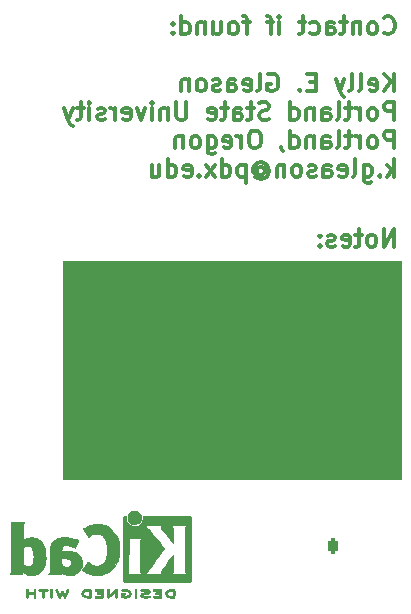
<source format=gbo>
G04 #@! TF.GenerationSoftware,KiCad,Pcbnew,(6.0.5-0)*
G04 #@! TF.CreationDate,2022-09-02T11:49:07-04:00*
G04 #@! TF.ProjectId,Cryologger AWS,4372796f-6c6f-4676-9765-72204157532e,rev?*
G04 #@! TF.SameCoordinates,Original*
G04 #@! TF.FileFunction,Legend,Bot*
G04 #@! TF.FilePolarity,Positive*
%FSLAX46Y46*%
G04 Gerber Fmt 4.6, Leading zero omitted, Abs format (unit mm)*
G04 Created by KiCad (PCBNEW (6.0.5-0)) date 2022-09-02 11:49:07*
%MOMM*%
%LPD*%
G01*
G04 APERTURE LIST*
G04 Aperture macros list*
%AMRoundRect*
0 Rectangle with rounded corners*
0 $1 Rounding radius*
0 $2 $3 $4 $5 $6 $7 $8 $9 X,Y pos of 4 corners*
0 Add a 4 corners polygon primitive as box body*
4,1,4,$2,$3,$4,$5,$6,$7,$8,$9,$2,$3,0*
0 Add four circle primitives for the rounded corners*
1,1,$1+$1,$2,$3*
1,1,$1+$1,$4,$5*
1,1,$1+$1,$6,$7*
1,1,$1+$1,$8,$9*
0 Add four rect primitives between the rounded corners*
20,1,$1+$1,$2,$3,$4,$5,0*
20,1,$1+$1,$4,$5,$6,$7,0*
20,1,$1+$1,$6,$7,$8,$9,0*
20,1,$1+$1,$8,$9,$2,$3,0*%
G04 Aperture macros list end*
%ADD10C,0.100000*%
%ADD11C,0.300000*%
%ADD12C,0.010000*%
%ADD13C,2.600000*%
%ADD14R,2.600000X2.600000*%
%ADD15C,2.000000*%
%ADD16C,6.000000*%
%ADD17C,1.778000*%
%ADD18C,2.540000*%
%ADD19C,3.810000*%
%ADD20O,0.800000X1.300000*%
%ADD21RoundRect,0.200000X-0.200000X-0.450000X0.200000X-0.450000X0.200000X0.450000X-0.200000X0.450000X0*%
%ADD22C,1.600000*%
%ADD23O,1.600000X1.600000*%
%ADD24C,4.999990*%
%ADD25RoundRect,0.249999X-0.790001X-1.550001X0.790001X-1.550001X0.790001X1.550001X-0.790001X1.550001X0*%
%ADD26O,2.080000X3.600000*%
%ADD27C,1.524000*%
G04 APERTURE END LIST*
D10*
G36*
X125730000Y-109855000D02*
G01*
X97155000Y-109855000D01*
X97155000Y-91440000D01*
X125730000Y-91440000D01*
X125730000Y-109855000D01*
G37*
X125730000Y-109855000D02*
X97155000Y-109855000D01*
X97155000Y-91440000D01*
X125730000Y-91440000D01*
X125730000Y-109855000D01*
D11*
X124320714Y-72093214D02*
X124392142Y-72164642D01*
X124606428Y-72236071D01*
X124749285Y-72236071D01*
X124963571Y-72164642D01*
X125106428Y-72021785D01*
X125177857Y-71878928D01*
X125249285Y-71593214D01*
X125249285Y-71378928D01*
X125177857Y-71093214D01*
X125106428Y-70950357D01*
X124963571Y-70807500D01*
X124749285Y-70736071D01*
X124606428Y-70736071D01*
X124392142Y-70807500D01*
X124320714Y-70878928D01*
X123463571Y-72236071D02*
X123606428Y-72164642D01*
X123677857Y-72093214D01*
X123749285Y-71950357D01*
X123749285Y-71521785D01*
X123677857Y-71378928D01*
X123606428Y-71307500D01*
X123463571Y-71236071D01*
X123249285Y-71236071D01*
X123106428Y-71307500D01*
X123035000Y-71378928D01*
X122963571Y-71521785D01*
X122963571Y-71950357D01*
X123035000Y-72093214D01*
X123106428Y-72164642D01*
X123249285Y-72236071D01*
X123463571Y-72236071D01*
X122320714Y-71236071D02*
X122320714Y-72236071D01*
X122320714Y-71378928D02*
X122249285Y-71307500D01*
X122106428Y-71236071D01*
X121892142Y-71236071D01*
X121749285Y-71307500D01*
X121677857Y-71450357D01*
X121677857Y-72236071D01*
X121177857Y-71236071D02*
X120606428Y-71236071D01*
X120963571Y-70736071D02*
X120963571Y-72021785D01*
X120892142Y-72164642D01*
X120749285Y-72236071D01*
X120606428Y-72236071D01*
X119463571Y-72236071D02*
X119463571Y-71450357D01*
X119535000Y-71307500D01*
X119677857Y-71236071D01*
X119963571Y-71236071D01*
X120106428Y-71307500D01*
X119463571Y-72164642D02*
X119606428Y-72236071D01*
X119963571Y-72236071D01*
X120106428Y-72164642D01*
X120177857Y-72021785D01*
X120177857Y-71878928D01*
X120106428Y-71736071D01*
X119963571Y-71664642D01*
X119606428Y-71664642D01*
X119463571Y-71593214D01*
X118106428Y-72164642D02*
X118249285Y-72236071D01*
X118535000Y-72236071D01*
X118677857Y-72164642D01*
X118749285Y-72093214D01*
X118820714Y-71950357D01*
X118820714Y-71521785D01*
X118749285Y-71378928D01*
X118677857Y-71307500D01*
X118535000Y-71236071D01*
X118249285Y-71236071D01*
X118106428Y-71307500D01*
X117677857Y-71236071D02*
X117106428Y-71236071D01*
X117463571Y-70736071D02*
X117463571Y-72021785D01*
X117392142Y-72164642D01*
X117249285Y-72236071D01*
X117106428Y-72236071D01*
X115463571Y-72236071D02*
X115463571Y-71236071D01*
X115463571Y-70736071D02*
X115535000Y-70807500D01*
X115463571Y-70878928D01*
X115392142Y-70807500D01*
X115463571Y-70736071D01*
X115463571Y-70878928D01*
X114963571Y-71236071D02*
X114392142Y-71236071D01*
X114749285Y-72236071D02*
X114749285Y-70950357D01*
X114677857Y-70807500D01*
X114535000Y-70736071D01*
X114392142Y-70736071D01*
X112963571Y-71236071D02*
X112392142Y-71236071D01*
X112749285Y-72236071D02*
X112749285Y-70950357D01*
X112677857Y-70807500D01*
X112535000Y-70736071D01*
X112392142Y-70736071D01*
X111677857Y-72236071D02*
X111820714Y-72164642D01*
X111892142Y-72093214D01*
X111963571Y-71950357D01*
X111963571Y-71521785D01*
X111892142Y-71378928D01*
X111820714Y-71307500D01*
X111677857Y-71236071D01*
X111463571Y-71236071D01*
X111320714Y-71307500D01*
X111249285Y-71378928D01*
X111177857Y-71521785D01*
X111177857Y-71950357D01*
X111249285Y-72093214D01*
X111320714Y-72164642D01*
X111463571Y-72236071D01*
X111677857Y-72236071D01*
X109892142Y-71236071D02*
X109892142Y-72236071D01*
X110535000Y-71236071D02*
X110535000Y-72021785D01*
X110463571Y-72164642D01*
X110320714Y-72236071D01*
X110106428Y-72236071D01*
X109963571Y-72164642D01*
X109892142Y-72093214D01*
X109177857Y-71236071D02*
X109177857Y-72236071D01*
X109177857Y-71378928D02*
X109106428Y-71307500D01*
X108963571Y-71236071D01*
X108749285Y-71236071D01*
X108606428Y-71307500D01*
X108535000Y-71450357D01*
X108535000Y-72236071D01*
X107177857Y-72236071D02*
X107177857Y-70736071D01*
X107177857Y-72164642D02*
X107320714Y-72236071D01*
X107606428Y-72236071D01*
X107749285Y-72164642D01*
X107820714Y-72093214D01*
X107892142Y-71950357D01*
X107892142Y-71521785D01*
X107820714Y-71378928D01*
X107749285Y-71307500D01*
X107606428Y-71236071D01*
X107320714Y-71236071D01*
X107177857Y-71307500D01*
X106463571Y-72093214D02*
X106392142Y-72164642D01*
X106463571Y-72236071D01*
X106535000Y-72164642D01*
X106463571Y-72093214D01*
X106463571Y-72236071D01*
X106463571Y-71307500D02*
X106392142Y-71378928D01*
X106463571Y-71450357D01*
X106535000Y-71378928D01*
X106463571Y-71307500D01*
X106463571Y-71450357D01*
X125177857Y-77066071D02*
X125177857Y-75566071D01*
X124320714Y-77066071D02*
X124963571Y-76208928D01*
X124320714Y-75566071D02*
X125177857Y-76423214D01*
X123106428Y-76994642D02*
X123249285Y-77066071D01*
X123535000Y-77066071D01*
X123677857Y-76994642D01*
X123749285Y-76851785D01*
X123749285Y-76280357D01*
X123677857Y-76137500D01*
X123535000Y-76066071D01*
X123249285Y-76066071D01*
X123106428Y-76137500D01*
X123035000Y-76280357D01*
X123035000Y-76423214D01*
X123749285Y-76566071D01*
X122177857Y-77066071D02*
X122320714Y-76994642D01*
X122392142Y-76851785D01*
X122392142Y-75566071D01*
X121392142Y-77066071D02*
X121535000Y-76994642D01*
X121606428Y-76851785D01*
X121606428Y-75566071D01*
X120963571Y-76066071D02*
X120606428Y-77066071D01*
X120249285Y-76066071D02*
X120606428Y-77066071D01*
X120749285Y-77423214D01*
X120820714Y-77494642D01*
X120963571Y-77566071D01*
X118535000Y-76280357D02*
X118035000Y-76280357D01*
X117820714Y-77066071D02*
X118535000Y-77066071D01*
X118535000Y-75566071D01*
X117820714Y-75566071D01*
X117177857Y-76923214D02*
X117106428Y-76994642D01*
X117177857Y-77066071D01*
X117249285Y-76994642D01*
X117177857Y-76923214D01*
X117177857Y-77066071D01*
X114535000Y-75637500D02*
X114677857Y-75566071D01*
X114892142Y-75566071D01*
X115106428Y-75637500D01*
X115249285Y-75780357D01*
X115320714Y-75923214D01*
X115392142Y-76208928D01*
X115392142Y-76423214D01*
X115320714Y-76708928D01*
X115249285Y-76851785D01*
X115106428Y-76994642D01*
X114892142Y-77066071D01*
X114749285Y-77066071D01*
X114535000Y-76994642D01*
X114463571Y-76923214D01*
X114463571Y-76423214D01*
X114749285Y-76423214D01*
X113606428Y-77066071D02*
X113749285Y-76994642D01*
X113820714Y-76851785D01*
X113820714Y-75566071D01*
X112463571Y-76994642D02*
X112606428Y-77066071D01*
X112892142Y-77066071D01*
X113035000Y-76994642D01*
X113106428Y-76851785D01*
X113106428Y-76280357D01*
X113035000Y-76137500D01*
X112892142Y-76066071D01*
X112606428Y-76066071D01*
X112463571Y-76137500D01*
X112392142Y-76280357D01*
X112392142Y-76423214D01*
X113106428Y-76566071D01*
X111106428Y-77066071D02*
X111106428Y-76280357D01*
X111177857Y-76137500D01*
X111320714Y-76066071D01*
X111606428Y-76066071D01*
X111749285Y-76137500D01*
X111106428Y-76994642D02*
X111249285Y-77066071D01*
X111606428Y-77066071D01*
X111749285Y-76994642D01*
X111820714Y-76851785D01*
X111820714Y-76708928D01*
X111749285Y-76566071D01*
X111606428Y-76494642D01*
X111249285Y-76494642D01*
X111106428Y-76423214D01*
X110463571Y-76994642D02*
X110320714Y-77066071D01*
X110035000Y-77066071D01*
X109892142Y-76994642D01*
X109820714Y-76851785D01*
X109820714Y-76780357D01*
X109892142Y-76637500D01*
X110035000Y-76566071D01*
X110249285Y-76566071D01*
X110392142Y-76494642D01*
X110463571Y-76351785D01*
X110463571Y-76280357D01*
X110392142Y-76137500D01*
X110249285Y-76066071D01*
X110035000Y-76066071D01*
X109892142Y-76137500D01*
X108963571Y-77066071D02*
X109106428Y-76994642D01*
X109177857Y-76923214D01*
X109249285Y-76780357D01*
X109249285Y-76351785D01*
X109177857Y-76208928D01*
X109106428Y-76137500D01*
X108963571Y-76066071D01*
X108749285Y-76066071D01*
X108606428Y-76137500D01*
X108535000Y-76208928D01*
X108463571Y-76351785D01*
X108463571Y-76780357D01*
X108535000Y-76923214D01*
X108606428Y-76994642D01*
X108749285Y-77066071D01*
X108963571Y-77066071D01*
X107820714Y-76066071D02*
X107820714Y-77066071D01*
X107820714Y-76208928D02*
X107749285Y-76137500D01*
X107606428Y-76066071D01*
X107392142Y-76066071D01*
X107249285Y-76137500D01*
X107177857Y-76280357D01*
X107177857Y-77066071D01*
X125177857Y-79481071D02*
X125177857Y-77981071D01*
X124606428Y-77981071D01*
X124463571Y-78052500D01*
X124392142Y-78123928D01*
X124320714Y-78266785D01*
X124320714Y-78481071D01*
X124392142Y-78623928D01*
X124463571Y-78695357D01*
X124606428Y-78766785D01*
X125177857Y-78766785D01*
X123463571Y-79481071D02*
X123606428Y-79409642D01*
X123677857Y-79338214D01*
X123749285Y-79195357D01*
X123749285Y-78766785D01*
X123677857Y-78623928D01*
X123606428Y-78552500D01*
X123463571Y-78481071D01*
X123249285Y-78481071D01*
X123106428Y-78552500D01*
X123035000Y-78623928D01*
X122963571Y-78766785D01*
X122963571Y-79195357D01*
X123035000Y-79338214D01*
X123106428Y-79409642D01*
X123249285Y-79481071D01*
X123463571Y-79481071D01*
X122320714Y-79481071D02*
X122320714Y-78481071D01*
X122320714Y-78766785D02*
X122249285Y-78623928D01*
X122177857Y-78552500D01*
X122035000Y-78481071D01*
X121892142Y-78481071D01*
X121606428Y-78481071D02*
X121035000Y-78481071D01*
X121392142Y-77981071D02*
X121392142Y-79266785D01*
X121320714Y-79409642D01*
X121177857Y-79481071D01*
X121035000Y-79481071D01*
X120320714Y-79481071D02*
X120463571Y-79409642D01*
X120535000Y-79266785D01*
X120535000Y-77981071D01*
X119106428Y-79481071D02*
X119106428Y-78695357D01*
X119177857Y-78552500D01*
X119320714Y-78481071D01*
X119606428Y-78481071D01*
X119749285Y-78552500D01*
X119106428Y-79409642D02*
X119249285Y-79481071D01*
X119606428Y-79481071D01*
X119749285Y-79409642D01*
X119820714Y-79266785D01*
X119820714Y-79123928D01*
X119749285Y-78981071D01*
X119606428Y-78909642D01*
X119249285Y-78909642D01*
X119106428Y-78838214D01*
X118392142Y-78481071D02*
X118392142Y-79481071D01*
X118392142Y-78623928D02*
X118320714Y-78552500D01*
X118177857Y-78481071D01*
X117963571Y-78481071D01*
X117820714Y-78552500D01*
X117749285Y-78695357D01*
X117749285Y-79481071D01*
X116392142Y-79481071D02*
X116392142Y-77981071D01*
X116392142Y-79409642D02*
X116535000Y-79481071D01*
X116820714Y-79481071D01*
X116963571Y-79409642D01*
X117035000Y-79338214D01*
X117106428Y-79195357D01*
X117106428Y-78766785D01*
X117035000Y-78623928D01*
X116963571Y-78552500D01*
X116820714Y-78481071D01*
X116535000Y-78481071D01*
X116392142Y-78552500D01*
X114606428Y-79409642D02*
X114392142Y-79481071D01*
X114035000Y-79481071D01*
X113892142Y-79409642D01*
X113820714Y-79338214D01*
X113749285Y-79195357D01*
X113749285Y-79052500D01*
X113820714Y-78909642D01*
X113892142Y-78838214D01*
X114035000Y-78766785D01*
X114320714Y-78695357D01*
X114463571Y-78623928D01*
X114535000Y-78552500D01*
X114606428Y-78409642D01*
X114606428Y-78266785D01*
X114535000Y-78123928D01*
X114463571Y-78052500D01*
X114320714Y-77981071D01*
X113963571Y-77981071D01*
X113749285Y-78052500D01*
X113320714Y-78481071D02*
X112749285Y-78481071D01*
X113106428Y-77981071D02*
X113106428Y-79266785D01*
X113035000Y-79409642D01*
X112892142Y-79481071D01*
X112749285Y-79481071D01*
X111606428Y-79481071D02*
X111606428Y-78695357D01*
X111677857Y-78552500D01*
X111820714Y-78481071D01*
X112106428Y-78481071D01*
X112249285Y-78552500D01*
X111606428Y-79409642D02*
X111749285Y-79481071D01*
X112106428Y-79481071D01*
X112249285Y-79409642D01*
X112320714Y-79266785D01*
X112320714Y-79123928D01*
X112249285Y-78981071D01*
X112106428Y-78909642D01*
X111749285Y-78909642D01*
X111606428Y-78838214D01*
X111106428Y-78481071D02*
X110535000Y-78481071D01*
X110892142Y-77981071D02*
X110892142Y-79266785D01*
X110820714Y-79409642D01*
X110677857Y-79481071D01*
X110535000Y-79481071D01*
X109463571Y-79409642D02*
X109606428Y-79481071D01*
X109892142Y-79481071D01*
X110035000Y-79409642D01*
X110106428Y-79266785D01*
X110106428Y-78695357D01*
X110035000Y-78552500D01*
X109892142Y-78481071D01*
X109606428Y-78481071D01*
X109463571Y-78552500D01*
X109392142Y-78695357D01*
X109392142Y-78838214D01*
X110106428Y-78981071D01*
X107606428Y-77981071D02*
X107606428Y-79195357D01*
X107535000Y-79338214D01*
X107463571Y-79409642D01*
X107320714Y-79481071D01*
X107035000Y-79481071D01*
X106892142Y-79409642D01*
X106820714Y-79338214D01*
X106749285Y-79195357D01*
X106749285Y-77981071D01*
X106035000Y-78481071D02*
X106035000Y-79481071D01*
X106035000Y-78623928D02*
X105963571Y-78552500D01*
X105820714Y-78481071D01*
X105606428Y-78481071D01*
X105463571Y-78552500D01*
X105392142Y-78695357D01*
X105392142Y-79481071D01*
X104677857Y-79481071D02*
X104677857Y-78481071D01*
X104677857Y-77981071D02*
X104749285Y-78052500D01*
X104677857Y-78123928D01*
X104606428Y-78052500D01*
X104677857Y-77981071D01*
X104677857Y-78123928D01*
X104106428Y-78481071D02*
X103749285Y-79481071D01*
X103392142Y-78481071D01*
X102249285Y-79409642D02*
X102392142Y-79481071D01*
X102677857Y-79481071D01*
X102820714Y-79409642D01*
X102892142Y-79266785D01*
X102892142Y-78695357D01*
X102820714Y-78552500D01*
X102677857Y-78481071D01*
X102392142Y-78481071D01*
X102249285Y-78552500D01*
X102177857Y-78695357D01*
X102177857Y-78838214D01*
X102892142Y-78981071D01*
X101535000Y-79481071D02*
X101535000Y-78481071D01*
X101535000Y-78766785D02*
X101463571Y-78623928D01*
X101392142Y-78552500D01*
X101249285Y-78481071D01*
X101106428Y-78481071D01*
X100677857Y-79409642D02*
X100535000Y-79481071D01*
X100249285Y-79481071D01*
X100106428Y-79409642D01*
X100035000Y-79266785D01*
X100035000Y-79195357D01*
X100106428Y-79052500D01*
X100249285Y-78981071D01*
X100463571Y-78981071D01*
X100606428Y-78909642D01*
X100677857Y-78766785D01*
X100677857Y-78695357D01*
X100606428Y-78552500D01*
X100463571Y-78481071D01*
X100249285Y-78481071D01*
X100106428Y-78552500D01*
X99392142Y-79481071D02*
X99392142Y-78481071D01*
X99392142Y-77981071D02*
X99463571Y-78052500D01*
X99392142Y-78123928D01*
X99320714Y-78052500D01*
X99392142Y-77981071D01*
X99392142Y-78123928D01*
X98892142Y-78481071D02*
X98320714Y-78481071D01*
X98677857Y-77981071D02*
X98677857Y-79266785D01*
X98606428Y-79409642D01*
X98463571Y-79481071D01*
X98320714Y-79481071D01*
X97963571Y-78481071D02*
X97606428Y-79481071D01*
X97249285Y-78481071D02*
X97606428Y-79481071D01*
X97749285Y-79838214D01*
X97820714Y-79909642D01*
X97963571Y-79981071D01*
X125177857Y-81896071D02*
X125177857Y-80396071D01*
X124606428Y-80396071D01*
X124463571Y-80467500D01*
X124392142Y-80538928D01*
X124320714Y-80681785D01*
X124320714Y-80896071D01*
X124392142Y-81038928D01*
X124463571Y-81110357D01*
X124606428Y-81181785D01*
X125177857Y-81181785D01*
X123463571Y-81896071D02*
X123606428Y-81824642D01*
X123677857Y-81753214D01*
X123749285Y-81610357D01*
X123749285Y-81181785D01*
X123677857Y-81038928D01*
X123606428Y-80967500D01*
X123463571Y-80896071D01*
X123249285Y-80896071D01*
X123106428Y-80967500D01*
X123035000Y-81038928D01*
X122963571Y-81181785D01*
X122963571Y-81610357D01*
X123035000Y-81753214D01*
X123106428Y-81824642D01*
X123249285Y-81896071D01*
X123463571Y-81896071D01*
X122320714Y-81896071D02*
X122320714Y-80896071D01*
X122320714Y-81181785D02*
X122249285Y-81038928D01*
X122177857Y-80967500D01*
X122035000Y-80896071D01*
X121892142Y-80896071D01*
X121606428Y-80896071D02*
X121035000Y-80896071D01*
X121392142Y-80396071D02*
X121392142Y-81681785D01*
X121320714Y-81824642D01*
X121177857Y-81896071D01*
X121035000Y-81896071D01*
X120320714Y-81896071D02*
X120463571Y-81824642D01*
X120535000Y-81681785D01*
X120535000Y-80396071D01*
X119106428Y-81896071D02*
X119106428Y-81110357D01*
X119177857Y-80967500D01*
X119320714Y-80896071D01*
X119606428Y-80896071D01*
X119749285Y-80967500D01*
X119106428Y-81824642D02*
X119249285Y-81896071D01*
X119606428Y-81896071D01*
X119749285Y-81824642D01*
X119820714Y-81681785D01*
X119820714Y-81538928D01*
X119749285Y-81396071D01*
X119606428Y-81324642D01*
X119249285Y-81324642D01*
X119106428Y-81253214D01*
X118392142Y-80896071D02*
X118392142Y-81896071D01*
X118392142Y-81038928D02*
X118320714Y-80967500D01*
X118177857Y-80896071D01*
X117963571Y-80896071D01*
X117820714Y-80967500D01*
X117749285Y-81110357D01*
X117749285Y-81896071D01*
X116392142Y-81896071D02*
X116392142Y-80396071D01*
X116392142Y-81824642D02*
X116535000Y-81896071D01*
X116820714Y-81896071D01*
X116963571Y-81824642D01*
X117035000Y-81753214D01*
X117106428Y-81610357D01*
X117106428Y-81181785D01*
X117035000Y-81038928D01*
X116963571Y-80967500D01*
X116820714Y-80896071D01*
X116535000Y-80896071D01*
X116392142Y-80967500D01*
X115606428Y-81824642D02*
X115606428Y-81896071D01*
X115677857Y-82038928D01*
X115749285Y-82110357D01*
X113535000Y-80396071D02*
X113249285Y-80396071D01*
X113106428Y-80467500D01*
X112963571Y-80610357D01*
X112892142Y-80896071D01*
X112892142Y-81396071D01*
X112963571Y-81681785D01*
X113106428Y-81824642D01*
X113249285Y-81896071D01*
X113535000Y-81896071D01*
X113677857Y-81824642D01*
X113820714Y-81681785D01*
X113892142Y-81396071D01*
X113892142Y-80896071D01*
X113820714Y-80610357D01*
X113677857Y-80467500D01*
X113535000Y-80396071D01*
X112249285Y-81896071D02*
X112249285Y-80896071D01*
X112249285Y-81181785D02*
X112177857Y-81038928D01*
X112106428Y-80967500D01*
X111963571Y-80896071D01*
X111820714Y-80896071D01*
X110749285Y-81824642D02*
X110892142Y-81896071D01*
X111177857Y-81896071D01*
X111320714Y-81824642D01*
X111392142Y-81681785D01*
X111392142Y-81110357D01*
X111320714Y-80967500D01*
X111177857Y-80896071D01*
X110892142Y-80896071D01*
X110749285Y-80967500D01*
X110677857Y-81110357D01*
X110677857Y-81253214D01*
X111392142Y-81396071D01*
X109392142Y-80896071D02*
X109392142Y-82110357D01*
X109463571Y-82253214D01*
X109535000Y-82324642D01*
X109677857Y-82396071D01*
X109892142Y-82396071D01*
X110035000Y-82324642D01*
X109392142Y-81824642D02*
X109535000Y-81896071D01*
X109820714Y-81896071D01*
X109963571Y-81824642D01*
X110035000Y-81753214D01*
X110106428Y-81610357D01*
X110106428Y-81181785D01*
X110035000Y-81038928D01*
X109963571Y-80967500D01*
X109820714Y-80896071D01*
X109535000Y-80896071D01*
X109392142Y-80967500D01*
X108463571Y-81896071D02*
X108606428Y-81824642D01*
X108677857Y-81753214D01*
X108749285Y-81610357D01*
X108749285Y-81181785D01*
X108677857Y-81038928D01*
X108606428Y-80967500D01*
X108463571Y-80896071D01*
X108249285Y-80896071D01*
X108106428Y-80967500D01*
X108035000Y-81038928D01*
X107963571Y-81181785D01*
X107963571Y-81610357D01*
X108035000Y-81753214D01*
X108106428Y-81824642D01*
X108249285Y-81896071D01*
X108463571Y-81896071D01*
X107320714Y-80896071D02*
X107320714Y-81896071D01*
X107320714Y-81038928D02*
X107249285Y-80967500D01*
X107106428Y-80896071D01*
X106892142Y-80896071D01*
X106749285Y-80967500D01*
X106677857Y-81110357D01*
X106677857Y-81896071D01*
X125177857Y-84311071D02*
X125177857Y-82811071D01*
X125035000Y-83739642D02*
X124606428Y-84311071D01*
X124606428Y-83311071D02*
X125177857Y-83882500D01*
X123963571Y-84168214D02*
X123892142Y-84239642D01*
X123963571Y-84311071D01*
X124035000Y-84239642D01*
X123963571Y-84168214D01*
X123963571Y-84311071D01*
X122606428Y-83311071D02*
X122606428Y-84525357D01*
X122677857Y-84668214D01*
X122749285Y-84739642D01*
X122892142Y-84811071D01*
X123106428Y-84811071D01*
X123249285Y-84739642D01*
X122606428Y-84239642D02*
X122749285Y-84311071D01*
X123035000Y-84311071D01*
X123177857Y-84239642D01*
X123249285Y-84168214D01*
X123320714Y-84025357D01*
X123320714Y-83596785D01*
X123249285Y-83453928D01*
X123177857Y-83382500D01*
X123035000Y-83311071D01*
X122749285Y-83311071D01*
X122606428Y-83382500D01*
X121677857Y-84311071D02*
X121820714Y-84239642D01*
X121892142Y-84096785D01*
X121892142Y-82811071D01*
X120535000Y-84239642D02*
X120677857Y-84311071D01*
X120963571Y-84311071D01*
X121106428Y-84239642D01*
X121177857Y-84096785D01*
X121177857Y-83525357D01*
X121106428Y-83382500D01*
X120963571Y-83311071D01*
X120677857Y-83311071D01*
X120535000Y-83382500D01*
X120463571Y-83525357D01*
X120463571Y-83668214D01*
X121177857Y-83811071D01*
X119177857Y-84311071D02*
X119177857Y-83525357D01*
X119249285Y-83382500D01*
X119392142Y-83311071D01*
X119677857Y-83311071D01*
X119820714Y-83382500D01*
X119177857Y-84239642D02*
X119320714Y-84311071D01*
X119677857Y-84311071D01*
X119820714Y-84239642D01*
X119892142Y-84096785D01*
X119892142Y-83953928D01*
X119820714Y-83811071D01*
X119677857Y-83739642D01*
X119320714Y-83739642D01*
X119177857Y-83668214D01*
X118535000Y-84239642D02*
X118392142Y-84311071D01*
X118106428Y-84311071D01*
X117963571Y-84239642D01*
X117892142Y-84096785D01*
X117892142Y-84025357D01*
X117963571Y-83882500D01*
X118106428Y-83811071D01*
X118320714Y-83811071D01*
X118463571Y-83739642D01*
X118535000Y-83596785D01*
X118535000Y-83525357D01*
X118463571Y-83382500D01*
X118320714Y-83311071D01*
X118106428Y-83311071D01*
X117963571Y-83382500D01*
X117035000Y-84311071D02*
X117177857Y-84239642D01*
X117249285Y-84168214D01*
X117320714Y-84025357D01*
X117320714Y-83596785D01*
X117249285Y-83453928D01*
X117177857Y-83382500D01*
X117035000Y-83311071D01*
X116820714Y-83311071D01*
X116677857Y-83382500D01*
X116606428Y-83453928D01*
X116535000Y-83596785D01*
X116535000Y-84025357D01*
X116606428Y-84168214D01*
X116677857Y-84239642D01*
X116820714Y-84311071D01*
X117035000Y-84311071D01*
X115892142Y-83311071D02*
X115892142Y-84311071D01*
X115892142Y-83453928D02*
X115820714Y-83382500D01*
X115677857Y-83311071D01*
X115463571Y-83311071D01*
X115320714Y-83382500D01*
X115249285Y-83525357D01*
X115249285Y-84311071D01*
X113606428Y-83596785D02*
X113677857Y-83525357D01*
X113820714Y-83453928D01*
X113963571Y-83453928D01*
X114106428Y-83525357D01*
X114177857Y-83596785D01*
X114249285Y-83739642D01*
X114249285Y-83882500D01*
X114177857Y-84025357D01*
X114106428Y-84096785D01*
X113963571Y-84168214D01*
X113820714Y-84168214D01*
X113677857Y-84096785D01*
X113606428Y-84025357D01*
X113606428Y-83453928D02*
X113606428Y-84025357D01*
X113535000Y-84096785D01*
X113463571Y-84096785D01*
X113320714Y-84025357D01*
X113249285Y-83882500D01*
X113249285Y-83525357D01*
X113392142Y-83311071D01*
X113606428Y-83168214D01*
X113892142Y-83096785D01*
X114177857Y-83168214D01*
X114392142Y-83311071D01*
X114535000Y-83525357D01*
X114606428Y-83811071D01*
X114535000Y-84096785D01*
X114392142Y-84311071D01*
X114177857Y-84453928D01*
X113892142Y-84525357D01*
X113606428Y-84453928D01*
X113392142Y-84311071D01*
X112606428Y-83311071D02*
X112606428Y-84811071D01*
X112606428Y-83382500D02*
X112463571Y-83311071D01*
X112177857Y-83311071D01*
X112035000Y-83382500D01*
X111963571Y-83453928D01*
X111892142Y-83596785D01*
X111892142Y-84025357D01*
X111963571Y-84168214D01*
X112035000Y-84239642D01*
X112177857Y-84311071D01*
X112463571Y-84311071D01*
X112606428Y-84239642D01*
X110606428Y-84311071D02*
X110606428Y-82811071D01*
X110606428Y-84239642D02*
X110749285Y-84311071D01*
X111035000Y-84311071D01*
X111177857Y-84239642D01*
X111249285Y-84168214D01*
X111320714Y-84025357D01*
X111320714Y-83596785D01*
X111249285Y-83453928D01*
X111177857Y-83382500D01*
X111035000Y-83311071D01*
X110749285Y-83311071D01*
X110606428Y-83382500D01*
X110035000Y-84311071D02*
X109249285Y-83311071D01*
X110035000Y-83311071D02*
X109249285Y-84311071D01*
X108677857Y-84168214D02*
X108606428Y-84239642D01*
X108677857Y-84311071D01*
X108749285Y-84239642D01*
X108677857Y-84168214D01*
X108677857Y-84311071D01*
X107392142Y-84239642D02*
X107535000Y-84311071D01*
X107820714Y-84311071D01*
X107963571Y-84239642D01*
X108035000Y-84096785D01*
X108035000Y-83525357D01*
X107963571Y-83382500D01*
X107820714Y-83311071D01*
X107535000Y-83311071D01*
X107392142Y-83382500D01*
X107320714Y-83525357D01*
X107320714Y-83668214D01*
X108035000Y-83811071D01*
X106035000Y-84311071D02*
X106035000Y-82811071D01*
X106035000Y-84239642D02*
X106177857Y-84311071D01*
X106463571Y-84311071D01*
X106606428Y-84239642D01*
X106677857Y-84168214D01*
X106749285Y-84025357D01*
X106749285Y-83596785D01*
X106677857Y-83453928D01*
X106606428Y-83382500D01*
X106463571Y-83311071D01*
X106177857Y-83311071D01*
X106035000Y-83382500D01*
X104677857Y-83311071D02*
X104677857Y-84311071D01*
X105320714Y-83311071D02*
X105320714Y-84096785D01*
X105249285Y-84239642D01*
X105106428Y-84311071D01*
X104892142Y-84311071D01*
X104749285Y-84239642D01*
X104677857Y-84168214D01*
X125177857Y-90213571D02*
X125177857Y-88713571D01*
X124320714Y-90213571D01*
X124320714Y-88713571D01*
X123392142Y-90213571D02*
X123535000Y-90142142D01*
X123606428Y-90070714D01*
X123677857Y-89927857D01*
X123677857Y-89499285D01*
X123606428Y-89356428D01*
X123535000Y-89285000D01*
X123392142Y-89213571D01*
X123177857Y-89213571D01*
X123035000Y-89285000D01*
X122963571Y-89356428D01*
X122892142Y-89499285D01*
X122892142Y-89927857D01*
X122963571Y-90070714D01*
X123035000Y-90142142D01*
X123177857Y-90213571D01*
X123392142Y-90213571D01*
X122463571Y-89213571D02*
X121892142Y-89213571D01*
X122249285Y-88713571D02*
X122249285Y-89999285D01*
X122177857Y-90142142D01*
X122035000Y-90213571D01*
X121892142Y-90213571D01*
X120820714Y-90142142D02*
X120963571Y-90213571D01*
X121249285Y-90213571D01*
X121392142Y-90142142D01*
X121463571Y-89999285D01*
X121463571Y-89427857D01*
X121392142Y-89285000D01*
X121249285Y-89213571D01*
X120963571Y-89213571D01*
X120820714Y-89285000D01*
X120749285Y-89427857D01*
X120749285Y-89570714D01*
X121463571Y-89713571D01*
X120177857Y-90142142D02*
X120035000Y-90213571D01*
X119749285Y-90213571D01*
X119606428Y-90142142D01*
X119535000Y-89999285D01*
X119535000Y-89927857D01*
X119606428Y-89785000D01*
X119749285Y-89713571D01*
X119963571Y-89713571D01*
X120106428Y-89642142D01*
X120177857Y-89499285D01*
X120177857Y-89427857D01*
X120106428Y-89285000D01*
X119963571Y-89213571D01*
X119749285Y-89213571D01*
X119606428Y-89285000D01*
X118892142Y-90070714D02*
X118820714Y-90142142D01*
X118892142Y-90213571D01*
X118963571Y-90142142D01*
X118892142Y-90070714D01*
X118892142Y-90213571D01*
X118892142Y-89285000D02*
X118820714Y-89356428D01*
X118892142Y-89427857D01*
X118963571Y-89356428D01*
X118892142Y-89285000D01*
X118892142Y-89427857D01*
G36*
X96607994Y-119214670D02*
G01*
X96625955Y-119233181D01*
X96646555Y-119264263D01*
X96671387Y-119309948D01*
X96702042Y-119372270D01*
X96740112Y-119453263D01*
X96754746Y-119484646D01*
X96784495Y-119547830D01*
X96810589Y-119602436D01*
X96831584Y-119645482D01*
X96846031Y-119673985D01*
X96852483Y-119684962D01*
X96853842Y-119684381D01*
X96863834Y-119670434D01*
X96881125Y-119640896D01*
X96903722Y-119599279D01*
X96929630Y-119549095D01*
X96945603Y-119517606D01*
X96974553Y-119462253D01*
X96997041Y-119423236D01*
X97015257Y-119397758D01*
X97031388Y-119383023D01*
X97047622Y-119376234D01*
X97066149Y-119374592D01*
X97076652Y-119375067D01*
X97092768Y-119379274D01*
X97108082Y-119390138D01*
X97124680Y-119410411D01*
X97144649Y-119442846D01*
X97170075Y-119490196D01*
X97203044Y-119555214D01*
X97212777Y-119574469D01*
X97237235Y-119621138D01*
X97257470Y-119657301D01*
X97271603Y-119679689D01*
X97277752Y-119685037D01*
X97279119Y-119681765D01*
X97288494Y-119660856D01*
X97305354Y-119623917D01*
X97328271Y-119574066D01*
X97355812Y-119514418D01*
X97386547Y-119448090D01*
X97413262Y-119390869D01*
X97442885Y-119328880D01*
X97465956Y-119283141D01*
X97483935Y-119251100D01*
X97498282Y-119230206D01*
X97510458Y-119217910D01*
X97521924Y-119211658D01*
X97531334Y-119208766D01*
X97556439Y-119208617D01*
X97583582Y-119223960D01*
X97584882Y-119224945D01*
X97606966Y-119247580D01*
X97618015Y-119269805D01*
X97618061Y-119270445D01*
X97613520Y-119288107D01*
X97600656Y-119322673D01*
X97580897Y-119371018D01*
X97555673Y-119430017D01*
X97526411Y-119496547D01*
X97494542Y-119567483D01*
X97461493Y-119639699D01*
X97428693Y-119710072D01*
X97397572Y-119775477D01*
X97369557Y-119832789D01*
X97346078Y-119878884D01*
X97328564Y-119910638D01*
X97318443Y-119924925D01*
X97284035Y-119938294D01*
X97242338Y-119931933D01*
X97236973Y-119927236D01*
X97221144Y-119905085D01*
X97198942Y-119868324D01*
X97172525Y-119820607D01*
X97144052Y-119765585D01*
X97064278Y-119606342D01*
X96991091Y-119752934D01*
X96981395Y-119772224D01*
X96954417Y-119824572D01*
X96930388Y-119869362D01*
X96911624Y-119902346D01*
X96900438Y-119919281D01*
X96899292Y-119920524D01*
X96871171Y-119935811D01*
X96836109Y-119937494D01*
X96805068Y-119924925D01*
X96802642Y-119922076D01*
X96790382Y-119901451D01*
X96770644Y-119863900D01*
X96744740Y-119812072D01*
X96713977Y-119748615D01*
X96679667Y-119676177D01*
X96643117Y-119597408D01*
X96622877Y-119553285D01*
X96586104Y-119472557D01*
X96557647Y-119408879D01*
X96536623Y-119359944D01*
X96522146Y-119323449D01*
X96513331Y-119297087D01*
X96509296Y-119278553D01*
X96509154Y-119265544D01*
X96512022Y-119255753D01*
X96526679Y-119234870D01*
X96553282Y-119214569D01*
X96554037Y-119214227D01*
X96573627Y-119207226D01*
X96591082Y-119206696D01*
X96607994Y-119214670D01*
G37*
D12*
X96607994Y-119214670D02*
X96625955Y-119233181D01*
X96646555Y-119264263D01*
X96671387Y-119309948D01*
X96702042Y-119372270D01*
X96740112Y-119453263D01*
X96754746Y-119484646D01*
X96784495Y-119547830D01*
X96810589Y-119602436D01*
X96831584Y-119645482D01*
X96846031Y-119673985D01*
X96852483Y-119684962D01*
X96853842Y-119684381D01*
X96863834Y-119670434D01*
X96881125Y-119640896D01*
X96903722Y-119599279D01*
X96929630Y-119549095D01*
X96945603Y-119517606D01*
X96974553Y-119462253D01*
X96997041Y-119423236D01*
X97015257Y-119397758D01*
X97031388Y-119383023D01*
X97047622Y-119376234D01*
X97066149Y-119374592D01*
X97076652Y-119375067D01*
X97092768Y-119379274D01*
X97108082Y-119390138D01*
X97124680Y-119410411D01*
X97144649Y-119442846D01*
X97170075Y-119490196D01*
X97203044Y-119555214D01*
X97212777Y-119574469D01*
X97237235Y-119621138D01*
X97257470Y-119657301D01*
X97271603Y-119679689D01*
X97277752Y-119685037D01*
X97279119Y-119681765D01*
X97288494Y-119660856D01*
X97305354Y-119623917D01*
X97328271Y-119574066D01*
X97355812Y-119514418D01*
X97386547Y-119448090D01*
X97413262Y-119390869D01*
X97442885Y-119328880D01*
X97465956Y-119283141D01*
X97483935Y-119251100D01*
X97498282Y-119230206D01*
X97510458Y-119217910D01*
X97521924Y-119211658D01*
X97531334Y-119208766D01*
X97556439Y-119208617D01*
X97583582Y-119223960D01*
X97584882Y-119224945D01*
X97606966Y-119247580D01*
X97618015Y-119269805D01*
X97618061Y-119270445D01*
X97613520Y-119288107D01*
X97600656Y-119322673D01*
X97580897Y-119371018D01*
X97555673Y-119430017D01*
X97526411Y-119496547D01*
X97494542Y-119567483D01*
X97461493Y-119639699D01*
X97428693Y-119710072D01*
X97397572Y-119775477D01*
X97369557Y-119832789D01*
X97346078Y-119878884D01*
X97328564Y-119910638D01*
X97318443Y-119924925D01*
X97284035Y-119938294D01*
X97242338Y-119931933D01*
X97236973Y-119927236D01*
X97221144Y-119905085D01*
X97198942Y-119868324D01*
X97172525Y-119820607D01*
X97144052Y-119765585D01*
X97064278Y-119606342D01*
X96991091Y-119752934D01*
X96981395Y-119772224D01*
X96954417Y-119824572D01*
X96930388Y-119869362D01*
X96911624Y-119902346D01*
X96900438Y-119919281D01*
X96899292Y-119920524D01*
X96871171Y-119935811D01*
X96836109Y-119937494D01*
X96805068Y-119924925D01*
X96802642Y-119922076D01*
X96790382Y-119901451D01*
X96770644Y-119863900D01*
X96744740Y-119812072D01*
X96713977Y-119748615D01*
X96679667Y-119676177D01*
X96643117Y-119597408D01*
X96622877Y-119553285D01*
X96586104Y-119472557D01*
X96557647Y-119408879D01*
X96536623Y-119359944D01*
X96522146Y-119323449D01*
X96513331Y-119297087D01*
X96509296Y-119278553D01*
X96509154Y-119265544D01*
X96512022Y-119255753D01*
X96526679Y-119234870D01*
X96553282Y-119214569D01*
X96554037Y-119214227D01*
X96573627Y-119207226D01*
X96591082Y-119206696D01*
X96607994Y-119214670D01*
G36*
X99501455Y-119849367D02*
G01*
X99498527Y-119872287D01*
X99494450Y-119888089D01*
X99489035Y-119899511D01*
X99482095Y-119909292D01*
X99458698Y-119939037D01*
X99293006Y-119938443D01*
X99258210Y-119938145D01*
X99159727Y-119934714D01*
X99078765Y-119927031D01*
X99011671Y-119914474D01*
X98954788Y-119896419D01*
X98904461Y-119872244D01*
X98901102Y-119870327D01*
X98843290Y-119833609D01*
X98800936Y-119796643D01*
X98768120Y-119753158D01*
X98738920Y-119696881D01*
X98734638Y-119687265D01*
X98712061Y-119624079D01*
X98706326Y-119578525D01*
X98855571Y-119578525D01*
X98861184Y-119603253D01*
X98866910Y-119619131D01*
X98899840Y-119679039D01*
X98947178Y-119724792D01*
X99010944Y-119757928D01*
X99093153Y-119779982D01*
X99095947Y-119780484D01*
X99142232Y-119786447D01*
X99198628Y-119790675D01*
X99253566Y-119792281D01*
X99347448Y-119792281D01*
X99347448Y-119352014D01*
X99259959Y-119352462D01*
X99193039Y-119354938D01*
X99100641Y-119366190D01*
X99021326Y-119385729D01*
X98959352Y-119412703D01*
X98928412Y-119433432D01*
X98900292Y-119463198D01*
X98876952Y-119505626D01*
X98869825Y-119521592D01*
X98858001Y-119554094D01*
X98855571Y-119578525D01*
X98706326Y-119578525D01*
X98705089Y-119568701D01*
X98713691Y-119513675D01*
X98737833Y-119451543D01*
X98738629Y-119449850D01*
X98779080Y-119380428D01*
X98829765Y-119323830D01*
X98892490Y-119279262D01*
X98969066Y-119245933D01*
X99061301Y-119223053D01*
X99171004Y-119209828D01*
X99299983Y-119205467D01*
X99303555Y-119205462D01*
X99363575Y-119205602D01*
X99405506Y-119206638D01*
X99433620Y-119209232D01*
X99452189Y-119214045D01*
X99465486Y-119221736D01*
X99477783Y-119232968D01*
X99505492Y-119260677D01*
X99505492Y-119570112D01*
X99505467Y-119631718D01*
X99505242Y-119710503D01*
X99504624Y-119771213D01*
X99504067Y-119792281D01*
X99503425Y-119816588D01*
X99501455Y-119849367D01*
G37*
X99501455Y-119849367D02*
X99498527Y-119872287D01*
X99494450Y-119888089D01*
X99489035Y-119899511D01*
X99482095Y-119909292D01*
X99458698Y-119939037D01*
X99293006Y-119938443D01*
X99258210Y-119938145D01*
X99159727Y-119934714D01*
X99078765Y-119927031D01*
X99011671Y-119914474D01*
X98954788Y-119896419D01*
X98904461Y-119872244D01*
X98901102Y-119870327D01*
X98843290Y-119833609D01*
X98800936Y-119796643D01*
X98768120Y-119753158D01*
X98738920Y-119696881D01*
X98734638Y-119687265D01*
X98712061Y-119624079D01*
X98706326Y-119578525D01*
X98855571Y-119578525D01*
X98861184Y-119603253D01*
X98866910Y-119619131D01*
X98899840Y-119679039D01*
X98947178Y-119724792D01*
X99010944Y-119757928D01*
X99093153Y-119779982D01*
X99095947Y-119780484D01*
X99142232Y-119786447D01*
X99198628Y-119790675D01*
X99253566Y-119792281D01*
X99347448Y-119792281D01*
X99347448Y-119352014D01*
X99259959Y-119352462D01*
X99193039Y-119354938D01*
X99100641Y-119366190D01*
X99021326Y-119385729D01*
X98959352Y-119412703D01*
X98928412Y-119433432D01*
X98900292Y-119463198D01*
X98876952Y-119505626D01*
X98869825Y-119521592D01*
X98858001Y-119554094D01*
X98855571Y-119578525D01*
X98706326Y-119578525D01*
X98705089Y-119568701D01*
X98713691Y-119513675D01*
X98737833Y-119451543D01*
X98738629Y-119449850D01*
X98779080Y-119380428D01*
X98829765Y-119323830D01*
X98892490Y-119279262D01*
X98969066Y-119245933D01*
X99061301Y-119223053D01*
X99171004Y-119209828D01*
X99299983Y-119205467D01*
X99303555Y-119205462D01*
X99363575Y-119205602D01*
X99405506Y-119206638D01*
X99433620Y-119209232D01*
X99452189Y-119214045D01*
X99465486Y-119221736D01*
X99477783Y-119232968D01*
X99505492Y-119260677D01*
X99505492Y-119570112D01*
X99505467Y-119631718D01*
X99505242Y-119710503D01*
X99504624Y-119771213D01*
X99504067Y-119792281D01*
X99503425Y-119816588D01*
X99501455Y-119849367D01*
G36*
X94798026Y-119227837D02*
G01*
X94803658Y-119234027D01*
X94808748Y-119242233D01*
X94812835Y-119254009D01*
X94816013Y-119271468D01*
X94818379Y-119296722D01*
X94820030Y-119331882D01*
X94821061Y-119379061D01*
X94821569Y-119440369D01*
X94821651Y-119517919D01*
X94821401Y-119613823D01*
X94820917Y-119730192D01*
X94820849Y-119744367D01*
X94820263Y-119806129D01*
X94818940Y-119849812D01*
X94816395Y-119879193D01*
X94812140Y-119898047D01*
X94805688Y-119910151D01*
X94796554Y-119919281D01*
X94763096Y-119936698D01*
X94728148Y-119933796D01*
X94697245Y-119909292D01*
X94688236Y-119896089D01*
X94680784Y-119877553D01*
X94676416Y-119851525D01*
X94674361Y-119812979D01*
X94673848Y-119756892D01*
X94673848Y-119634237D01*
X94177137Y-119634237D01*
X94177137Y-119769063D01*
X94177064Y-119804854D01*
X94176301Y-119851184D01*
X94174125Y-119881718D01*
X94169828Y-119900749D01*
X94162704Y-119912566D01*
X94152047Y-119921463D01*
X94119796Y-119936533D01*
X94084509Y-119933865D01*
X94053778Y-119909292D01*
X94049123Y-119903037D01*
X94043187Y-119892513D01*
X94038656Y-119878583D01*
X94035340Y-119858509D01*
X94033051Y-119829552D01*
X94031600Y-119788972D01*
X94030797Y-119734032D01*
X94030454Y-119661991D01*
X94030381Y-119570112D01*
X94030381Y-119260677D01*
X94058090Y-119232968D01*
X94089469Y-119210725D01*
X94122698Y-119208036D01*
X94154559Y-119227837D01*
X94162845Y-119237607D01*
X94170257Y-119253499D01*
X94174594Y-119277467D01*
X94176630Y-119314340D01*
X94177137Y-119368948D01*
X94177137Y-119487481D01*
X94673848Y-119487481D01*
X94673848Y-119371968D01*
X94674286Y-119320270D01*
X94676250Y-119285746D01*
X94680766Y-119263170D01*
X94688859Y-119247318D01*
X94701557Y-119232968D01*
X94732935Y-119210725D01*
X94766164Y-119208036D01*
X94798026Y-119227837D01*
G37*
X94798026Y-119227837D02*
X94803658Y-119234027D01*
X94808748Y-119242233D01*
X94812835Y-119254009D01*
X94816013Y-119271468D01*
X94818379Y-119296722D01*
X94820030Y-119331882D01*
X94821061Y-119379061D01*
X94821569Y-119440369D01*
X94821651Y-119517919D01*
X94821401Y-119613823D01*
X94820917Y-119730192D01*
X94820849Y-119744367D01*
X94820263Y-119806129D01*
X94818940Y-119849812D01*
X94816395Y-119879193D01*
X94812140Y-119898047D01*
X94805688Y-119910151D01*
X94796554Y-119919281D01*
X94763096Y-119936698D01*
X94728148Y-119933796D01*
X94697245Y-119909292D01*
X94688236Y-119896089D01*
X94680784Y-119877553D01*
X94676416Y-119851525D01*
X94674361Y-119812979D01*
X94673848Y-119756892D01*
X94673848Y-119634237D01*
X94177137Y-119634237D01*
X94177137Y-119769063D01*
X94177064Y-119804854D01*
X94176301Y-119851184D01*
X94174125Y-119881718D01*
X94169828Y-119900749D01*
X94162704Y-119912566D01*
X94152047Y-119921463D01*
X94119796Y-119936533D01*
X94084509Y-119933865D01*
X94053778Y-119909292D01*
X94049123Y-119903037D01*
X94043187Y-119892513D01*
X94038656Y-119878583D01*
X94035340Y-119858509D01*
X94033051Y-119829552D01*
X94031600Y-119788972D01*
X94030797Y-119734032D01*
X94030454Y-119661991D01*
X94030381Y-119570112D01*
X94030381Y-119260677D01*
X94058090Y-119232968D01*
X94089469Y-119210725D01*
X94122698Y-119208036D01*
X94154559Y-119227837D01*
X94162845Y-119237607D01*
X94170257Y-119253499D01*
X94174594Y-119277467D01*
X94176630Y-119314340D01*
X94177137Y-119368948D01*
X94177137Y-119487481D01*
X94673848Y-119487481D01*
X94673848Y-119371968D01*
X94674286Y-119320270D01*
X94676250Y-119285746D01*
X94680766Y-119263170D01*
X94688859Y-119247318D01*
X94701557Y-119232968D01*
X94732935Y-119210725D01*
X94766164Y-119208036D01*
X94798026Y-119227837D01*
G36*
X103304429Y-119209655D02*
G01*
X103338583Y-119232968D01*
X103366292Y-119260677D01*
X103366292Y-119573729D01*
X103366251Y-119657759D01*
X103365993Y-119731981D01*
X103365322Y-119788733D01*
X103364044Y-119830704D01*
X103361965Y-119860581D01*
X103358891Y-119881053D01*
X103354626Y-119894806D01*
X103348976Y-119904529D01*
X103341747Y-119912909D01*
X103310283Y-119934373D01*
X103275118Y-119936139D01*
X103242114Y-119916459D01*
X103236808Y-119910590D01*
X103231358Y-119901506D01*
X103227192Y-119888165D01*
X103224138Y-119867949D01*
X103222024Y-119838241D01*
X103220678Y-119796424D01*
X103219930Y-119739881D01*
X103219606Y-119665994D01*
X103219537Y-119572148D01*
X103219576Y-119496486D01*
X103219831Y-119418577D01*
X103220475Y-119358567D01*
X103221679Y-119313840D01*
X103223616Y-119281777D01*
X103226456Y-119259763D01*
X103230371Y-119245179D01*
X103235534Y-119235410D01*
X103242114Y-119227837D01*
X103271298Y-119208815D01*
X103304429Y-119209655D01*
G37*
X103304429Y-119209655D02*
X103338583Y-119232968D01*
X103366292Y-119260677D01*
X103366292Y-119573729D01*
X103366251Y-119657759D01*
X103365993Y-119731981D01*
X103365322Y-119788733D01*
X103364044Y-119830704D01*
X103361965Y-119860581D01*
X103358891Y-119881053D01*
X103354626Y-119894806D01*
X103348976Y-119904529D01*
X103341747Y-119912909D01*
X103310283Y-119934373D01*
X103275118Y-119936139D01*
X103242114Y-119916459D01*
X103236808Y-119910590D01*
X103231358Y-119901506D01*
X103227192Y-119888165D01*
X103224138Y-119867949D01*
X103222024Y-119838241D01*
X103220678Y-119796424D01*
X103219930Y-119739881D01*
X103219606Y-119665994D01*
X103219537Y-119572148D01*
X103219576Y-119496486D01*
X103219831Y-119418577D01*
X103220475Y-119358567D01*
X103221679Y-119313840D01*
X103223616Y-119281777D01*
X103226456Y-119259763D01*
X103230371Y-119245179D01*
X103235534Y-119235410D01*
X103242114Y-119227837D01*
X103271298Y-119208815D01*
X103304429Y-119209655D01*
G36*
X100158847Y-113728078D02*
G01*
X100343348Y-113745015D01*
X100514749Y-113779174D01*
X100679427Y-113831991D01*
X100843756Y-113904905D01*
X101006424Y-113998001D01*
X101180999Y-114124914D01*
X101342888Y-114271650D01*
X101488528Y-114434576D01*
X101614352Y-114610059D01*
X101716797Y-114794468D01*
X101726096Y-114814196D01*
X101803973Y-115004613D01*
X101863148Y-115202477D01*
X101904387Y-115411570D01*
X101928452Y-115635670D01*
X101936111Y-115878559D01*
X101926799Y-116129643D01*
X101897244Y-116376912D01*
X101846987Y-116608383D01*
X101775577Y-116825699D01*
X101682566Y-117030502D01*
X101567504Y-117224433D01*
X101459422Y-117372594D01*
X101310184Y-117539300D01*
X101147521Y-117682089D01*
X100971505Y-117800914D01*
X100782207Y-117895729D01*
X100579697Y-117966487D01*
X100364048Y-118013142D01*
X100361587Y-118013505D01*
X100320058Y-118017149D01*
X100257388Y-118019852D01*
X100179373Y-118021487D01*
X100091808Y-118021930D01*
X100000487Y-118021052D01*
X99936484Y-118019767D01*
X99841523Y-118016790D01*
X99765428Y-118012528D01*
X99702712Y-118006526D01*
X99647885Y-117998329D01*
X99595460Y-117987482D01*
X99536477Y-117973465D01*
X99474940Y-117957503D01*
X99419286Y-117940758D01*
X99364463Y-117921268D01*
X99305422Y-117897073D01*
X99237111Y-117866210D01*
X99154478Y-117826719D01*
X99052473Y-117776639D01*
X98770352Y-117637215D01*
X98996313Y-117266067D01*
X99025896Y-117217490D01*
X99079043Y-117130289D01*
X99126614Y-117052331D01*
X99166868Y-116986458D01*
X99198068Y-116935516D01*
X99218476Y-116902347D01*
X99226352Y-116889795D01*
X99228542Y-116890170D01*
X99246188Y-116902454D01*
X99277189Y-116927947D01*
X99316647Y-116962694D01*
X99386920Y-117022729D01*
X99512371Y-117111506D01*
X99634089Y-117173394D01*
X99722045Y-117204300D01*
X99870817Y-117235885D01*
X100016989Y-117241484D01*
X100158443Y-117221477D01*
X100293058Y-117176246D01*
X100418714Y-117106173D01*
X100533293Y-117011639D01*
X100597049Y-116942011D01*
X100686867Y-116813224D01*
X100760567Y-116663773D01*
X100818501Y-116492892D01*
X100861021Y-116299817D01*
X100862951Y-116287831D01*
X100871863Y-116210143D01*
X100878497Y-116113617D01*
X100882800Y-116004849D01*
X100884719Y-115890434D01*
X100884198Y-115776968D01*
X100881185Y-115671046D01*
X100875626Y-115579263D01*
X100867467Y-115508217D01*
X100836194Y-115347280D01*
X100783574Y-115159286D01*
X100717395Y-114994700D01*
X100637747Y-114853649D01*
X100544717Y-114736260D01*
X100438394Y-114642663D01*
X100318867Y-114572982D01*
X100186224Y-114527347D01*
X100156795Y-114521683D01*
X100083044Y-114514288D01*
X99996856Y-114511874D01*
X99907884Y-114514308D01*
X99825786Y-114521460D01*
X99760217Y-114533195D01*
X99650986Y-114570561D01*
X99524227Y-114638778D01*
X99411358Y-114728550D01*
X99391437Y-114747461D01*
X99355340Y-114780918D01*
X99329829Y-114803438D01*
X99319464Y-114810928D01*
X99316913Y-114807346D01*
X99301206Y-114784723D01*
X99272832Y-114743647D01*
X99233664Y-114686836D01*
X99185578Y-114617012D01*
X99130448Y-114536893D01*
X99070149Y-114449201D01*
X98823514Y-114090402D01*
X98878611Y-114073895D01*
X98884360Y-114072024D01*
X98921785Y-114057166D01*
X98975744Y-114033208D01*
X99039902Y-114003031D01*
X99107929Y-113969517D01*
X99137572Y-113954700D01*
X99302176Y-113878201D01*
X99453890Y-113819045D01*
X99598548Y-113775718D01*
X99741986Y-113746707D01*
X99890038Y-113730499D01*
X100048541Y-113725580D01*
X100158847Y-113728078D01*
G37*
X100158847Y-113728078D02*
X100343348Y-113745015D01*
X100514749Y-113779174D01*
X100679427Y-113831991D01*
X100843756Y-113904905D01*
X101006424Y-113998001D01*
X101180999Y-114124914D01*
X101342888Y-114271650D01*
X101488528Y-114434576D01*
X101614352Y-114610059D01*
X101716797Y-114794468D01*
X101726096Y-114814196D01*
X101803973Y-115004613D01*
X101863148Y-115202477D01*
X101904387Y-115411570D01*
X101928452Y-115635670D01*
X101936111Y-115878559D01*
X101926799Y-116129643D01*
X101897244Y-116376912D01*
X101846987Y-116608383D01*
X101775577Y-116825699D01*
X101682566Y-117030502D01*
X101567504Y-117224433D01*
X101459422Y-117372594D01*
X101310184Y-117539300D01*
X101147521Y-117682089D01*
X100971505Y-117800914D01*
X100782207Y-117895729D01*
X100579697Y-117966487D01*
X100364048Y-118013142D01*
X100361587Y-118013505D01*
X100320058Y-118017149D01*
X100257388Y-118019852D01*
X100179373Y-118021487D01*
X100091808Y-118021930D01*
X100000487Y-118021052D01*
X99936484Y-118019767D01*
X99841523Y-118016790D01*
X99765428Y-118012528D01*
X99702712Y-118006526D01*
X99647885Y-117998329D01*
X99595460Y-117987482D01*
X99536477Y-117973465D01*
X99474940Y-117957503D01*
X99419286Y-117940758D01*
X99364463Y-117921268D01*
X99305422Y-117897073D01*
X99237111Y-117866210D01*
X99154478Y-117826719D01*
X99052473Y-117776639D01*
X98770352Y-117637215D01*
X98996313Y-117266067D01*
X99025896Y-117217490D01*
X99079043Y-117130289D01*
X99126614Y-117052331D01*
X99166868Y-116986458D01*
X99198068Y-116935516D01*
X99218476Y-116902347D01*
X99226352Y-116889795D01*
X99228542Y-116890170D01*
X99246188Y-116902454D01*
X99277189Y-116927947D01*
X99316647Y-116962694D01*
X99386920Y-117022729D01*
X99512371Y-117111506D01*
X99634089Y-117173394D01*
X99722045Y-117204300D01*
X99870817Y-117235885D01*
X100016989Y-117241484D01*
X100158443Y-117221477D01*
X100293058Y-117176246D01*
X100418714Y-117106173D01*
X100533293Y-117011639D01*
X100597049Y-116942011D01*
X100686867Y-116813224D01*
X100760567Y-116663773D01*
X100818501Y-116492892D01*
X100861021Y-116299817D01*
X100862951Y-116287831D01*
X100871863Y-116210143D01*
X100878497Y-116113617D01*
X100882800Y-116004849D01*
X100884719Y-115890434D01*
X100884198Y-115776968D01*
X100881185Y-115671046D01*
X100875626Y-115579263D01*
X100867467Y-115508217D01*
X100836194Y-115347280D01*
X100783574Y-115159286D01*
X100717395Y-114994700D01*
X100637747Y-114853649D01*
X100544717Y-114736260D01*
X100438394Y-114642663D01*
X100318867Y-114572982D01*
X100186224Y-114527347D01*
X100156795Y-114521683D01*
X100083044Y-114514288D01*
X99996856Y-114511874D01*
X99907884Y-114514308D01*
X99825786Y-114521460D01*
X99760217Y-114533195D01*
X99650986Y-114570561D01*
X99524227Y-114638778D01*
X99411358Y-114728550D01*
X99391437Y-114747461D01*
X99355340Y-114780918D01*
X99329829Y-114803438D01*
X99319464Y-114810928D01*
X99316913Y-114807346D01*
X99301206Y-114784723D01*
X99272832Y-114743647D01*
X99233664Y-114686836D01*
X99185578Y-114617012D01*
X99130448Y-114536893D01*
X99070149Y-114449201D01*
X98823514Y-114090402D01*
X98878611Y-114073895D01*
X98884360Y-114072024D01*
X98921785Y-114057166D01*
X98975744Y-114033208D01*
X99039902Y-114003031D01*
X99107929Y-113969517D01*
X99137572Y-113954700D01*
X99302176Y-113878201D01*
X99453890Y-113819045D01*
X99598548Y-113775718D01*
X99741986Y-113746707D01*
X99890038Y-113730499D01*
X100048541Y-113725580D01*
X100158847Y-113728078D01*
G36*
X95670842Y-116716057D02*
G01*
X95662512Y-116828109D01*
X95648120Y-116931252D01*
X95627021Y-117031581D01*
X95598570Y-117135190D01*
X95555428Y-117259033D01*
X95476190Y-117426216D01*
X95378993Y-117575961D01*
X95265325Y-117706852D01*
X95136672Y-117817474D01*
X94994521Y-117906412D01*
X94840359Y-117972250D01*
X94675674Y-118013574D01*
X94673692Y-118013906D01*
X94553337Y-118025486D01*
X94421099Y-118023941D01*
X94286404Y-118010222D01*
X94158684Y-117985283D01*
X94047366Y-117950077D01*
X93999851Y-117928653D01*
X93937969Y-117896090D01*
X93874380Y-117858846D01*
X93815721Y-117821021D01*
X93768626Y-117786714D01*
X93739730Y-117760024D01*
X93733097Y-117752696D01*
X93725189Y-117750135D01*
X93719903Y-117762851D01*
X93716008Y-117794899D01*
X93712271Y-117850331D01*
X93705406Y-117965838D01*
X93179569Y-117969434D01*
X92653732Y-117973031D01*
X92690116Y-117910946D01*
X92692285Y-117907276D01*
X92702865Y-117890044D01*
X92712463Y-117874693D01*
X92721131Y-117859889D01*
X92728920Y-117844299D01*
X92735882Y-117826589D01*
X92742069Y-117805424D01*
X92747531Y-117779473D01*
X92752322Y-117747400D01*
X92756492Y-117707872D01*
X92760094Y-117659557D01*
X92763178Y-117601119D01*
X92765797Y-117531226D01*
X92768002Y-117448544D01*
X92769844Y-117351739D01*
X92771376Y-117239477D01*
X92772612Y-117114205D01*
X93774054Y-117114205D01*
X93842703Y-117159233D01*
X93869103Y-117175453D01*
X93929552Y-117207857D01*
X93986865Y-117233661D01*
X94011965Y-117242398D01*
X94091831Y-117259841D01*
X94192811Y-117268748D01*
X94244159Y-117270601D01*
X94291823Y-117270179D01*
X94327304Y-117265419D01*
X94359129Y-117255014D01*
X94395823Y-117237659D01*
X94466342Y-117191169D01*
X94527435Y-117125406D01*
X94576337Y-117040658D01*
X94613515Y-116935597D01*
X94639432Y-116808895D01*
X94654556Y-116659222D01*
X94659350Y-116485252D01*
X94659117Y-116445700D01*
X94652225Y-116262444D01*
X94635488Y-116102985D01*
X94608501Y-115965643D01*
X94570855Y-115848734D01*
X94522144Y-115750577D01*
X94461961Y-115669488D01*
X94436993Y-115644740D01*
X94359613Y-115593181D01*
X94268776Y-115561807D01*
X94168419Y-115550795D01*
X94062475Y-115560324D01*
X93954879Y-115590572D01*
X93849568Y-115641718D01*
X93774054Y-115686982D01*
X93774054Y-117114205D01*
X92772612Y-117114205D01*
X92772649Y-117110425D01*
X92773715Y-116963250D01*
X92774625Y-116796618D01*
X92775431Y-116609194D01*
X92776185Y-116399646D01*
X92776938Y-116166640D01*
X92777742Y-115908842D01*
X92778649Y-115624919D01*
X92785514Y-113531135D01*
X93331271Y-113527545D01*
X93370959Y-113527304D01*
X93487730Y-113526825D01*
X93594535Y-113526727D01*
X93688458Y-113526992D01*
X93766584Y-113527599D01*
X93825998Y-113528528D01*
X93863784Y-113529759D01*
X93877027Y-113531272D01*
X93875333Y-113536069D01*
X93862694Y-113558810D01*
X93841760Y-113591881D01*
X93839672Y-113595043D01*
X93823442Y-113620577D01*
X93809833Y-113645421D01*
X93798616Y-113672134D01*
X93789559Y-113703274D01*
X93782431Y-113741402D01*
X93777003Y-113789075D01*
X93773043Y-113848853D01*
X93770320Y-113923295D01*
X93768605Y-114014960D01*
X93767665Y-114126408D01*
X93767270Y-114260196D01*
X93767189Y-114418885D01*
X93767333Y-114542781D01*
X93767774Y-114664419D01*
X93768479Y-114774711D01*
X93769417Y-114870973D01*
X93770557Y-114950519D01*
X93771865Y-115010663D01*
X93773310Y-115048718D01*
X93774859Y-115062000D01*
X93779858Y-115059939D01*
X93801831Y-115045422D01*
X93833211Y-115021581D01*
X93878704Y-114989519D01*
X93964178Y-114942279D01*
X94061872Y-114900140D01*
X94162666Y-114867370D01*
X94247352Y-114850660D01*
X94352823Y-114840009D01*
X94466971Y-114836318D01*
X94580989Y-114839594D01*
X94686067Y-114849840D01*
X94773396Y-114867060D01*
X94862317Y-114896068D01*
X95010658Y-114966389D01*
X95148010Y-115059877D01*
X95271841Y-115174377D01*
X95379615Y-115307739D01*
X95468799Y-115457808D01*
X95490940Y-115503826D01*
X95552987Y-115659048D01*
X95601496Y-115827513D01*
X95637080Y-116012192D01*
X95660353Y-116216053D01*
X95671927Y-116442067D01*
X95672465Y-116485252D01*
X95673755Y-116589001D01*
X95670842Y-116716057D01*
G37*
X95670842Y-116716057D02*
X95662512Y-116828109D01*
X95648120Y-116931252D01*
X95627021Y-117031581D01*
X95598570Y-117135190D01*
X95555428Y-117259033D01*
X95476190Y-117426216D01*
X95378993Y-117575961D01*
X95265325Y-117706852D01*
X95136672Y-117817474D01*
X94994521Y-117906412D01*
X94840359Y-117972250D01*
X94675674Y-118013574D01*
X94673692Y-118013906D01*
X94553337Y-118025486D01*
X94421099Y-118023941D01*
X94286404Y-118010222D01*
X94158684Y-117985283D01*
X94047366Y-117950077D01*
X93999851Y-117928653D01*
X93937969Y-117896090D01*
X93874380Y-117858846D01*
X93815721Y-117821021D01*
X93768626Y-117786714D01*
X93739730Y-117760024D01*
X93733097Y-117752696D01*
X93725189Y-117750135D01*
X93719903Y-117762851D01*
X93716008Y-117794899D01*
X93712271Y-117850331D01*
X93705406Y-117965838D01*
X93179569Y-117969434D01*
X92653732Y-117973031D01*
X92690116Y-117910946D01*
X92692285Y-117907276D01*
X92702865Y-117890044D01*
X92712463Y-117874693D01*
X92721131Y-117859889D01*
X92728920Y-117844299D01*
X92735882Y-117826589D01*
X92742069Y-117805424D01*
X92747531Y-117779473D01*
X92752322Y-117747400D01*
X92756492Y-117707872D01*
X92760094Y-117659557D01*
X92763178Y-117601119D01*
X92765797Y-117531226D01*
X92768002Y-117448544D01*
X92769844Y-117351739D01*
X92771376Y-117239477D01*
X92772612Y-117114205D01*
X93774054Y-117114205D01*
X93842703Y-117159233D01*
X93869103Y-117175453D01*
X93929552Y-117207857D01*
X93986865Y-117233661D01*
X94011965Y-117242398D01*
X94091831Y-117259841D01*
X94192811Y-117268748D01*
X94244159Y-117270601D01*
X94291823Y-117270179D01*
X94327304Y-117265419D01*
X94359129Y-117255014D01*
X94395823Y-117237659D01*
X94466342Y-117191169D01*
X94527435Y-117125406D01*
X94576337Y-117040658D01*
X94613515Y-116935597D01*
X94639432Y-116808895D01*
X94654556Y-116659222D01*
X94659350Y-116485252D01*
X94659117Y-116445700D01*
X94652225Y-116262444D01*
X94635488Y-116102985D01*
X94608501Y-115965643D01*
X94570855Y-115848734D01*
X94522144Y-115750577D01*
X94461961Y-115669488D01*
X94436993Y-115644740D01*
X94359613Y-115593181D01*
X94268776Y-115561807D01*
X94168419Y-115550795D01*
X94062475Y-115560324D01*
X93954879Y-115590572D01*
X93849568Y-115641718D01*
X93774054Y-115686982D01*
X93774054Y-117114205D01*
X92772612Y-117114205D01*
X92772649Y-117110425D01*
X92773715Y-116963250D01*
X92774625Y-116796618D01*
X92775431Y-116609194D01*
X92776185Y-116399646D01*
X92776938Y-116166640D01*
X92777742Y-115908842D01*
X92778649Y-115624919D01*
X92785514Y-113531135D01*
X93331271Y-113527545D01*
X93370959Y-113527304D01*
X93487730Y-113526825D01*
X93594535Y-113526727D01*
X93688458Y-113526992D01*
X93766584Y-113527599D01*
X93825998Y-113528528D01*
X93863784Y-113529759D01*
X93877027Y-113531272D01*
X93875333Y-113536069D01*
X93862694Y-113558810D01*
X93841760Y-113591881D01*
X93839672Y-113595043D01*
X93823442Y-113620577D01*
X93809833Y-113645421D01*
X93798616Y-113672134D01*
X93789559Y-113703274D01*
X93782431Y-113741402D01*
X93777003Y-113789075D01*
X93773043Y-113848853D01*
X93770320Y-113923295D01*
X93768605Y-114014960D01*
X93767665Y-114126408D01*
X93767270Y-114260196D01*
X93767189Y-114418885D01*
X93767333Y-114542781D01*
X93767774Y-114664419D01*
X93768479Y-114774711D01*
X93769417Y-114870973D01*
X93770557Y-114950519D01*
X93771865Y-115010663D01*
X93773310Y-115048718D01*
X93774859Y-115062000D01*
X93779858Y-115059939D01*
X93801831Y-115045422D01*
X93833211Y-115021581D01*
X93878704Y-114989519D01*
X93964178Y-114942279D01*
X94061872Y-114900140D01*
X94162666Y-114867370D01*
X94247352Y-114850660D01*
X94352823Y-114840009D01*
X94466971Y-114836318D01*
X94580989Y-114839594D01*
X94686067Y-114849840D01*
X94773396Y-114867060D01*
X94862317Y-114896068D01*
X95010658Y-114966389D01*
X95148010Y-115059877D01*
X95271841Y-115174377D01*
X95379615Y-115307739D01*
X95468799Y-115457808D01*
X95490940Y-115503826D01*
X95552987Y-115659048D01*
X95601496Y-115827513D01*
X95637080Y-116012192D01*
X95660353Y-116216053D01*
X95671927Y-116442067D01*
X95672465Y-116485252D01*
X95673755Y-116589001D01*
X95670842Y-116716057D01*
G36*
X95474059Y-119205260D02*
G01*
X95568182Y-119205350D01*
X95642697Y-119205690D01*
X95700103Y-119206431D01*
X95742903Y-119207727D01*
X95773596Y-119209729D01*
X95794683Y-119212588D01*
X95808665Y-119216458D01*
X95818042Y-119221490D01*
X95825314Y-119227837D01*
X95844120Y-119260554D01*
X95845567Y-119298131D01*
X95829209Y-119331370D01*
X95827849Y-119332823D01*
X95816646Y-119341184D01*
X95799544Y-119346739D01*
X95772374Y-119350032D01*
X95730970Y-119351610D01*
X95671165Y-119352014D01*
X95531803Y-119352014D01*
X95531803Y-119615781D01*
X95531728Y-119691609D01*
X95531320Y-119758275D01*
X95530338Y-119808059D01*
X95528542Y-119843976D01*
X95525691Y-119869042D01*
X95521545Y-119886273D01*
X95515863Y-119898684D01*
X95508406Y-119909292D01*
X95506116Y-119912098D01*
X95474938Y-119934740D01*
X95440558Y-119936304D01*
X95407626Y-119916459D01*
X95400647Y-119908383D01*
X95395175Y-119897785D01*
X95391155Y-119881941D01*
X95388364Y-119857965D01*
X95386580Y-119822966D01*
X95385581Y-119774056D01*
X95385144Y-119708346D01*
X95385048Y-119622948D01*
X95385048Y-119352014D01*
X95239112Y-119352014D01*
X95228012Y-119352013D01*
X95171494Y-119351788D01*
X95132650Y-119350649D01*
X95107257Y-119347849D01*
X95091096Y-119342642D01*
X95079944Y-119334281D01*
X95069581Y-119322018D01*
X95053733Y-119291330D01*
X95056835Y-119257550D01*
X95082479Y-119225014D01*
X95087421Y-119221297D01*
X95097630Y-119216461D01*
X95113056Y-119212698D01*
X95136178Y-119209875D01*
X95169475Y-119207862D01*
X95215429Y-119206525D01*
X95276520Y-119205734D01*
X95355227Y-119205355D01*
X95454032Y-119205259D01*
X95474059Y-119205260D01*
G37*
X95474059Y-119205260D02*
X95568182Y-119205350D01*
X95642697Y-119205690D01*
X95700103Y-119206431D01*
X95742903Y-119207727D01*
X95773596Y-119209729D01*
X95794683Y-119212588D01*
X95808665Y-119216458D01*
X95818042Y-119221490D01*
X95825314Y-119227837D01*
X95844120Y-119260554D01*
X95845567Y-119298131D01*
X95829209Y-119331370D01*
X95827849Y-119332823D01*
X95816646Y-119341184D01*
X95799544Y-119346739D01*
X95772374Y-119350032D01*
X95730970Y-119351610D01*
X95671165Y-119352014D01*
X95531803Y-119352014D01*
X95531803Y-119615781D01*
X95531728Y-119691609D01*
X95531320Y-119758275D01*
X95530338Y-119808059D01*
X95528542Y-119843976D01*
X95525691Y-119869042D01*
X95521545Y-119886273D01*
X95515863Y-119898684D01*
X95508406Y-119909292D01*
X95506116Y-119912098D01*
X95474938Y-119934740D01*
X95440558Y-119936304D01*
X95407626Y-119916459D01*
X95400647Y-119908383D01*
X95395175Y-119897785D01*
X95391155Y-119881941D01*
X95388364Y-119857965D01*
X95386580Y-119822966D01*
X95385581Y-119774056D01*
X95385144Y-119708346D01*
X95385048Y-119622948D01*
X95385048Y-119352014D01*
X95239112Y-119352014D01*
X95228012Y-119352013D01*
X95171494Y-119351788D01*
X95132650Y-119350649D01*
X95107257Y-119347849D01*
X95091096Y-119342642D01*
X95079944Y-119334281D01*
X95069581Y-119322018D01*
X95053733Y-119291330D01*
X95056835Y-119257550D01*
X95082479Y-119225014D01*
X95087421Y-119221297D01*
X95097630Y-119216461D01*
X95113056Y-119212698D01*
X95136178Y-119209875D01*
X95169475Y-119207862D01*
X95215429Y-119206525D01*
X95276520Y-119205734D01*
X95355227Y-119205355D01*
X95454032Y-119205259D01*
X95474059Y-119205260D01*
G36*
X104159145Y-119206128D02*
G01*
X104225392Y-119211558D01*
X104280692Y-119221156D01*
X104331575Y-119236017D01*
X104402887Y-119269150D01*
X104454044Y-119311832D01*
X104484867Y-119363897D01*
X104495181Y-119425175D01*
X104494244Y-119456424D01*
X104488452Y-119481221D01*
X104473645Y-119502891D01*
X104445672Y-119530241D01*
X104437694Y-119537570D01*
X104413984Y-119558473D01*
X104391590Y-119575443D01*
X104367557Y-119589397D01*
X104338929Y-119601248D01*
X104302752Y-119611912D01*
X104256072Y-119622303D01*
X104195933Y-119633338D01*
X104119382Y-119645930D01*
X104023463Y-119660996D01*
X104005100Y-119664030D01*
X103942770Y-119677650D01*
X103897552Y-119693384D01*
X103871268Y-119710455D01*
X103865739Y-119728089D01*
X103868360Y-119732360D01*
X103886292Y-119747425D01*
X103914418Y-119764059D01*
X103927218Y-119770049D01*
X103948516Y-119777242D01*
X103974902Y-119782019D01*
X104010746Y-119784838D01*
X104060420Y-119786156D01*
X104128292Y-119786429D01*
X104146077Y-119786356D01*
X104213698Y-119785245D01*
X104278637Y-119783020D01*
X104334262Y-119779954D01*
X104373943Y-119776319D01*
X104409454Y-119772251D01*
X104438707Y-119771468D01*
X104457607Y-119776068D01*
X104472721Y-119786743D01*
X104476377Y-119790336D01*
X104492719Y-119822110D01*
X104491399Y-119857764D01*
X104472442Y-119888382D01*
X104452072Y-119899988D01*
X104416088Y-119912683D01*
X104373664Y-119922733D01*
X104370214Y-119923332D01*
X104327544Y-119928548D01*
X104270158Y-119932922D01*
X104205141Y-119936010D01*
X104139581Y-119937369D01*
X104123349Y-119937410D01*
X104025036Y-119934933D01*
X103944984Y-119926927D01*
X103879805Y-119912395D01*
X103826109Y-119890341D01*
X103780508Y-119859768D01*
X103739615Y-119819678D01*
X103719494Y-119793451D01*
X103707868Y-119763904D01*
X103704959Y-119724187D01*
X103705100Y-119712218D01*
X103708973Y-119679537D01*
X103721357Y-119653011D01*
X103746522Y-119622163D01*
X103767734Y-119600023D01*
X103794130Y-119577477D01*
X103823847Y-119559109D01*
X103860077Y-119543853D01*
X103906009Y-119530641D01*
X103964836Y-119518406D01*
X104039748Y-119506081D01*
X104133937Y-119492598D01*
X104179249Y-119485588D01*
X104247203Y-119471029D01*
X104296339Y-119454529D01*
X104325906Y-119436631D01*
X104335156Y-119417877D01*
X104323340Y-119398807D01*
X104289708Y-119379963D01*
X104286662Y-119378749D01*
X104240303Y-119366671D01*
X104177653Y-119358471D01*
X104104219Y-119354311D01*
X104025509Y-119354353D01*
X103947031Y-119358761D01*
X103874292Y-119367697D01*
X103870365Y-119368346D01*
X103821549Y-119376053D01*
X103789297Y-119379665D01*
X103768300Y-119379068D01*
X103753246Y-119374146D01*
X103738826Y-119364788D01*
X103737656Y-119363917D01*
X103713139Y-119333543D01*
X103708346Y-119298042D01*
X103724152Y-119263461D01*
X103728698Y-119259005D01*
X103758312Y-119243865D01*
X103805294Y-119230742D01*
X103865598Y-119219942D01*
X103935180Y-119211773D01*
X104009995Y-119206543D01*
X104085998Y-119204559D01*
X104159145Y-119206128D01*
G37*
X104159145Y-119206128D02*
X104225392Y-119211558D01*
X104280692Y-119221156D01*
X104331575Y-119236017D01*
X104402887Y-119269150D01*
X104454044Y-119311832D01*
X104484867Y-119363897D01*
X104495181Y-119425175D01*
X104494244Y-119456424D01*
X104488452Y-119481221D01*
X104473645Y-119502891D01*
X104445672Y-119530241D01*
X104437694Y-119537570D01*
X104413984Y-119558473D01*
X104391590Y-119575443D01*
X104367557Y-119589397D01*
X104338929Y-119601248D01*
X104302752Y-119611912D01*
X104256072Y-119622303D01*
X104195933Y-119633338D01*
X104119382Y-119645930D01*
X104023463Y-119660996D01*
X104005100Y-119664030D01*
X103942770Y-119677650D01*
X103897552Y-119693384D01*
X103871268Y-119710455D01*
X103865739Y-119728089D01*
X103868360Y-119732360D01*
X103886292Y-119747425D01*
X103914418Y-119764059D01*
X103927218Y-119770049D01*
X103948516Y-119777242D01*
X103974902Y-119782019D01*
X104010746Y-119784838D01*
X104060420Y-119786156D01*
X104128292Y-119786429D01*
X104146077Y-119786356D01*
X104213698Y-119785245D01*
X104278637Y-119783020D01*
X104334262Y-119779954D01*
X104373943Y-119776319D01*
X104409454Y-119772251D01*
X104438707Y-119771468D01*
X104457607Y-119776068D01*
X104472721Y-119786743D01*
X104476377Y-119790336D01*
X104492719Y-119822110D01*
X104491399Y-119857764D01*
X104472442Y-119888382D01*
X104452072Y-119899988D01*
X104416088Y-119912683D01*
X104373664Y-119922733D01*
X104370214Y-119923332D01*
X104327544Y-119928548D01*
X104270158Y-119932922D01*
X104205141Y-119936010D01*
X104139581Y-119937369D01*
X104123349Y-119937410D01*
X104025036Y-119934933D01*
X103944984Y-119926927D01*
X103879805Y-119912395D01*
X103826109Y-119890341D01*
X103780508Y-119859768D01*
X103739615Y-119819678D01*
X103719494Y-119793451D01*
X103707868Y-119763904D01*
X103704959Y-119724187D01*
X103705100Y-119712218D01*
X103708973Y-119679537D01*
X103721357Y-119653011D01*
X103746522Y-119622163D01*
X103767734Y-119600023D01*
X103794130Y-119577477D01*
X103823847Y-119559109D01*
X103860077Y-119543853D01*
X103906009Y-119530641D01*
X103964836Y-119518406D01*
X104039748Y-119506081D01*
X104133937Y-119492598D01*
X104179249Y-119485588D01*
X104247203Y-119471029D01*
X104296339Y-119454529D01*
X104325906Y-119436631D01*
X104335156Y-119417877D01*
X104323340Y-119398807D01*
X104289708Y-119379963D01*
X104286662Y-119378749D01*
X104240303Y-119366671D01*
X104177653Y-119358471D01*
X104104219Y-119354311D01*
X104025509Y-119354353D01*
X103947031Y-119358761D01*
X103874292Y-119367697D01*
X103870365Y-119368346D01*
X103821549Y-119376053D01*
X103789297Y-119379665D01*
X103768300Y-119379068D01*
X103753246Y-119374146D01*
X103738826Y-119364788D01*
X103737656Y-119363917D01*
X103713139Y-119333543D01*
X103708346Y-119298042D01*
X103724152Y-119263461D01*
X103728698Y-119259005D01*
X103758312Y-119243865D01*
X103805294Y-119230742D01*
X103865598Y-119219942D01*
X103935180Y-119211773D01*
X104009995Y-119206543D01*
X104085998Y-119204559D01*
X104159145Y-119206128D01*
G36*
X98770962Y-117131736D02*
G01*
X98757635Y-117234739D01*
X98737526Y-117320541D01*
X98705440Y-117408818D01*
X98631063Y-117554299D01*
X98535994Y-117682295D01*
X98421218Y-117791933D01*
X98287719Y-117882342D01*
X98136480Y-117952648D01*
X97968487Y-118001981D01*
X97899983Y-118013108D01*
X97802093Y-118020841D01*
X97695484Y-118022580D01*
X97589065Y-118018465D01*
X97491745Y-118008637D01*
X97412433Y-117993236D01*
X97372579Y-117981110D01*
X97282063Y-117945626D01*
X97190052Y-117900575D01*
X97106038Y-117850843D01*
X97039515Y-117801316D01*
X97038697Y-117800601D01*
X97002243Y-117769692D01*
X96974196Y-117747683D01*
X96960569Y-117739298D01*
X96959079Y-117741300D01*
X96955708Y-117762926D01*
X96953365Y-117803260D01*
X96952487Y-117856000D01*
X96952487Y-117972703D01*
X96437622Y-117972703D01*
X96423916Y-117972701D01*
X96308965Y-117972500D01*
X96203464Y-117971999D01*
X96110414Y-117971237D01*
X96032817Y-117970249D01*
X95973674Y-117969074D01*
X95935986Y-117967749D01*
X95922757Y-117966311D01*
X95923065Y-117965054D01*
X95931720Y-117946501D01*
X95949863Y-117911645D01*
X95974244Y-117866770D01*
X96025730Y-117773622D01*
X96033279Y-116853981D01*
X97007406Y-116853981D01*
X97007789Y-116926640D01*
X97009644Y-117002985D01*
X97013279Y-117058168D01*
X97018958Y-117095782D01*
X97026946Y-117119421D01*
X97037222Y-117136301D01*
X97075918Y-117182317D01*
X97127765Y-117230221D01*
X97184592Y-117272904D01*
X97238225Y-117303253D01*
X97267982Y-117314389D01*
X97336499Y-117329216D01*
X97425988Y-117336796D01*
X97520338Y-117335648D01*
X97609934Y-117320056D01*
X97684718Y-117287846D01*
X97749421Y-117237567D01*
X97767622Y-117218970D01*
X97815011Y-117155546D01*
X97840652Y-117087184D01*
X97848352Y-117004925D01*
X97846266Y-116961467D01*
X97825635Y-116872005D01*
X97782295Y-116795219D01*
X97715457Y-116730243D01*
X97624331Y-116676215D01*
X97508128Y-116632270D01*
X97461281Y-116620738D01*
X97404568Y-116612842D01*
X97333195Y-116608457D01*
X97240811Y-116606982D01*
X97225804Y-116606983D01*
X97156689Y-116607827D01*
X97097320Y-116609866D01*
X97053600Y-116612833D01*
X97031433Y-116616461D01*
X97028882Y-116617639D01*
X97020635Y-116625035D01*
X97014794Y-116639899D01*
X97010955Y-116666227D01*
X97008713Y-116708018D01*
X97007665Y-116769270D01*
X97007406Y-116853981D01*
X96033279Y-116853981D01*
X96033676Y-116805676D01*
X96034857Y-116664695D01*
X96036509Y-116484893D01*
X96038243Y-116328799D01*
X96040200Y-116194205D01*
X96042519Y-116078905D01*
X96045340Y-115980689D01*
X96048804Y-115897352D01*
X96053050Y-115826685D01*
X96058220Y-115766480D01*
X96064452Y-115714531D01*
X96071887Y-115668630D01*
X96080666Y-115626569D01*
X96090927Y-115586141D01*
X96102813Y-115545137D01*
X96116461Y-115501352D01*
X96170230Y-115364085D01*
X96243865Y-115237222D01*
X96335566Y-115128608D01*
X96446175Y-115037674D01*
X96576530Y-114963853D01*
X96727471Y-114906575D01*
X96899837Y-114865273D01*
X97094469Y-114839378D01*
X97162495Y-114834229D01*
X97277062Y-114830464D01*
X97390616Y-114833854D01*
X97508473Y-114844972D01*
X97635950Y-114864388D01*
X97778363Y-114892674D01*
X97941027Y-114930403D01*
X97978627Y-114939532D01*
X98073049Y-114961996D01*
X98162543Y-114982679D01*
X98241681Y-115000361D01*
X98305036Y-115013820D01*
X98347180Y-115021833D01*
X98444414Y-115037803D01*
X98307716Y-115369118D01*
X98273523Y-115451840D01*
X98239885Y-115532896D01*
X98211023Y-115602101D01*
X98188355Y-115656068D01*
X98173297Y-115691412D01*
X98167267Y-115704746D01*
X98166319Y-115704937D01*
X98148844Y-115698984D01*
X98114483Y-115683728D01*
X98069434Y-115661883D01*
X97975802Y-115619343D01*
X97846958Y-115572830D01*
X97715086Y-115537210D01*
X97585344Y-115513378D01*
X97462889Y-115502227D01*
X97352877Y-115504654D01*
X97260465Y-115521552D01*
X97195969Y-115548364D01*
X97122720Y-115603310D01*
X97066333Y-115677852D01*
X97028421Y-115769695D01*
X97010599Y-115876547D01*
X97004323Y-115975027D01*
X97331945Y-115975924D01*
X97442432Y-115976851D01*
X97564638Y-115980141D01*
X97669035Y-115986351D01*
X97761024Y-115996084D01*
X97846004Y-116009943D01*
X97929377Y-116028533D01*
X98016541Y-116052458D01*
X98146960Y-116097996D01*
X98300360Y-116172988D01*
X98434988Y-116264847D01*
X98549516Y-116372280D01*
X98642616Y-116493995D01*
X98712961Y-116628701D01*
X98759223Y-116775105D01*
X98766468Y-116814536D01*
X98775756Y-116912133D01*
X98776926Y-117004925D01*
X98777128Y-117021034D01*
X98770962Y-117131736D01*
G37*
X98770962Y-117131736D02*
X98757635Y-117234739D01*
X98737526Y-117320541D01*
X98705440Y-117408818D01*
X98631063Y-117554299D01*
X98535994Y-117682295D01*
X98421218Y-117791933D01*
X98287719Y-117882342D01*
X98136480Y-117952648D01*
X97968487Y-118001981D01*
X97899983Y-118013108D01*
X97802093Y-118020841D01*
X97695484Y-118022580D01*
X97589065Y-118018465D01*
X97491745Y-118008637D01*
X97412433Y-117993236D01*
X97372579Y-117981110D01*
X97282063Y-117945626D01*
X97190052Y-117900575D01*
X97106038Y-117850843D01*
X97039515Y-117801316D01*
X97038697Y-117800601D01*
X97002243Y-117769692D01*
X96974196Y-117747683D01*
X96960569Y-117739298D01*
X96959079Y-117741300D01*
X96955708Y-117762926D01*
X96953365Y-117803260D01*
X96952487Y-117856000D01*
X96952487Y-117972703D01*
X96437622Y-117972703D01*
X96423916Y-117972701D01*
X96308965Y-117972500D01*
X96203464Y-117971999D01*
X96110414Y-117971237D01*
X96032817Y-117970249D01*
X95973674Y-117969074D01*
X95935986Y-117967749D01*
X95922757Y-117966311D01*
X95923065Y-117965054D01*
X95931720Y-117946501D01*
X95949863Y-117911645D01*
X95974244Y-117866770D01*
X96025730Y-117773622D01*
X96033279Y-116853981D01*
X97007406Y-116853981D01*
X97007789Y-116926640D01*
X97009644Y-117002985D01*
X97013279Y-117058168D01*
X97018958Y-117095782D01*
X97026946Y-117119421D01*
X97037222Y-117136301D01*
X97075918Y-117182317D01*
X97127765Y-117230221D01*
X97184592Y-117272904D01*
X97238225Y-117303253D01*
X97267982Y-117314389D01*
X97336499Y-117329216D01*
X97425988Y-117336796D01*
X97520338Y-117335648D01*
X97609934Y-117320056D01*
X97684718Y-117287846D01*
X97749421Y-117237567D01*
X97767622Y-117218970D01*
X97815011Y-117155546D01*
X97840652Y-117087184D01*
X97848352Y-117004925D01*
X97846266Y-116961467D01*
X97825635Y-116872005D01*
X97782295Y-116795219D01*
X97715457Y-116730243D01*
X97624331Y-116676215D01*
X97508128Y-116632270D01*
X97461281Y-116620738D01*
X97404568Y-116612842D01*
X97333195Y-116608457D01*
X97240811Y-116606982D01*
X97225804Y-116606983D01*
X97156689Y-116607827D01*
X97097320Y-116609866D01*
X97053600Y-116612833D01*
X97031433Y-116616461D01*
X97028882Y-116617639D01*
X97020635Y-116625035D01*
X97014794Y-116639899D01*
X97010955Y-116666227D01*
X97008713Y-116708018D01*
X97007665Y-116769270D01*
X97007406Y-116853981D01*
X96033279Y-116853981D01*
X96033676Y-116805676D01*
X96034857Y-116664695D01*
X96036509Y-116484893D01*
X96038243Y-116328799D01*
X96040200Y-116194205D01*
X96042519Y-116078905D01*
X96045340Y-115980689D01*
X96048804Y-115897352D01*
X96053050Y-115826685D01*
X96058220Y-115766480D01*
X96064452Y-115714531D01*
X96071887Y-115668630D01*
X96080666Y-115626569D01*
X96090927Y-115586141D01*
X96102813Y-115545137D01*
X96116461Y-115501352D01*
X96170230Y-115364085D01*
X96243865Y-115237222D01*
X96335566Y-115128608D01*
X96446175Y-115037674D01*
X96576530Y-114963853D01*
X96727471Y-114906575D01*
X96899837Y-114865273D01*
X97094469Y-114839378D01*
X97162495Y-114834229D01*
X97277062Y-114830464D01*
X97390616Y-114833854D01*
X97508473Y-114844972D01*
X97635950Y-114864388D01*
X97778363Y-114892674D01*
X97941027Y-114930403D01*
X97978627Y-114939532D01*
X98073049Y-114961996D01*
X98162543Y-114982679D01*
X98241681Y-115000361D01*
X98305036Y-115013820D01*
X98347180Y-115021833D01*
X98444414Y-115037803D01*
X98307716Y-115369118D01*
X98273523Y-115451840D01*
X98239885Y-115532896D01*
X98211023Y-115602101D01*
X98188355Y-115656068D01*
X98173297Y-115691412D01*
X98167267Y-115704746D01*
X98166319Y-115704937D01*
X98148844Y-115698984D01*
X98114483Y-115683728D01*
X98069434Y-115661883D01*
X97975802Y-115619343D01*
X97846958Y-115572830D01*
X97715086Y-115537210D01*
X97585344Y-115513378D01*
X97462889Y-115502227D01*
X97352877Y-115504654D01*
X97260465Y-115521552D01*
X97195969Y-115548364D01*
X97122720Y-115603310D01*
X97066333Y-115677852D01*
X97028421Y-115769695D01*
X97010599Y-115876547D01*
X97004323Y-115975027D01*
X97331945Y-115975924D01*
X97442432Y-115976851D01*
X97564638Y-115980141D01*
X97669035Y-115986351D01*
X97761024Y-115996084D01*
X97846004Y-116009943D01*
X97929377Y-116028533D01*
X98016541Y-116052458D01*
X98146960Y-116097996D01*
X98300360Y-116172988D01*
X98434988Y-116264847D01*
X98549516Y-116372280D01*
X98642616Y-116493995D01*
X98712961Y-116628701D01*
X98759223Y-116775105D01*
X98766468Y-116814536D01*
X98775756Y-116912133D01*
X98776926Y-117004925D01*
X98777128Y-117021034D01*
X98770962Y-117131736D01*
G36*
X103271012Y-112596581D02*
G01*
X103376536Y-112622436D01*
X103476560Y-112668841D01*
X103567934Y-112735803D01*
X103647505Y-112823328D01*
X103712120Y-112931426D01*
X103729443Y-112969506D01*
X103743477Y-113008103D01*
X103751352Y-113046689D01*
X103754803Y-113094415D01*
X103755568Y-113160433D01*
X103755105Y-113215381D01*
X103752319Y-113265880D01*
X103745487Y-113305280D01*
X103732904Y-113342628D01*
X103712864Y-113386973D01*
X103707066Y-113398791D01*
X103638545Y-113507001D01*
X103552365Y-113596033D01*
X103450972Y-113663797D01*
X103336811Y-113708206D01*
X103278234Y-113720598D01*
X103159399Y-113726397D01*
X103044300Y-113707634D01*
X102936312Y-113666232D01*
X102838809Y-113604115D01*
X102755168Y-113523207D01*
X102688763Y-113425432D01*
X102642969Y-113312714D01*
X102626214Y-113220471D01*
X102624705Y-113118677D01*
X102638332Y-113019660D01*
X102666445Y-112933892D01*
X102698930Y-112872573D01*
X102771247Y-112775288D01*
X102856978Y-112698507D01*
X102952973Y-112642238D01*
X103056079Y-112606490D01*
X103163142Y-112591268D01*
X103271012Y-112596581D01*
G37*
X103271012Y-112596581D02*
X103376536Y-112622436D01*
X103476560Y-112668841D01*
X103567934Y-112735803D01*
X103647505Y-112823328D01*
X103712120Y-112931426D01*
X103729443Y-112969506D01*
X103743477Y-113008103D01*
X103751352Y-113046689D01*
X103754803Y-113094415D01*
X103755568Y-113160433D01*
X103755105Y-113215381D01*
X103752319Y-113265880D01*
X103745487Y-113305280D01*
X103732904Y-113342628D01*
X103712864Y-113386973D01*
X103707066Y-113398791D01*
X103638545Y-113507001D01*
X103552365Y-113596033D01*
X103450972Y-113663797D01*
X103336811Y-113708206D01*
X103278234Y-113720598D01*
X103159399Y-113726397D01*
X103044300Y-113707634D01*
X102936312Y-113666232D01*
X102838809Y-113604115D01*
X102755168Y-113523207D01*
X102688763Y-113425432D01*
X102642969Y-113312714D01*
X102626214Y-113220471D01*
X102624705Y-113118677D01*
X102638332Y-113019660D01*
X102666445Y-112933892D01*
X102698930Y-112872573D01*
X102771247Y-112775288D01*
X102856978Y-112698507D01*
X102952973Y-112642238D01*
X103056079Y-112606490D01*
X103163142Y-112591268D01*
X103271012Y-112596581D01*
G36*
X106595162Y-119471233D02*
G01*
X106594914Y-119572148D01*
X106594875Y-119647809D01*
X106594620Y-119725718D01*
X106593976Y-119785728D01*
X106592772Y-119830456D01*
X106590835Y-119862518D01*
X106587995Y-119884532D01*
X106584080Y-119899116D01*
X106578918Y-119908886D01*
X106572337Y-119916459D01*
X106565369Y-119922693D01*
X106552371Y-119929993D01*
X106533223Y-119934746D01*
X106503820Y-119937484D01*
X106460054Y-119938737D01*
X106397820Y-119939037D01*
X106348874Y-119938661D01*
X106242014Y-119934233D01*
X106152786Y-119924145D01*
X106077988Y-119907557D01*
X106014417Y-119883627D01*
X105958871Y-119851513D01*
X105908146Y-119810374D01*
X105902158Y-119804522D01*
X105865291Y-119756013D01*
X105834191Y-119695205D01*
X105812709Y-119630961D01*
X105807428Y-119592218D01*
X105954645Y-119592218D01*
X105972927Y-119643153D01*
X106002597Y-119689070D01*
X106049294Y-119731479D01*
X106110684Y-119761282D01*
X106189830Y-119780418D01*
X106191320Y-119780656D01*
X106240291Y-119786448D01*
X106298985Y-119790588D01*
X106355026Y-119792196D01*
X106448159Y-119792281D01*
X106448159Y-119352014D01*
X106371959Y-119352000D01*
X106368931Y-119352009D01*
X106317811Y-119353974D01*
X106257708Y-119358699D01*
X106201000Y-119365227D01*
X106151042Y-119374523D01*
X106076290Y-119400792D01*
X106018781Y-119440091D01*
X105977280Y-119493125D01*
X105956063Y-119544392D01*
X105954645Y-119592218D01*
X105807428Y-119592218D01*
X105804692Y-119572148D01*
X105805971Y-119550931D01*
X105818283Y-119493515D01*
X105840812Y-119433605D01*
X105870042Y-119379555D01*
X105902459Y-119339724D01*
X105922000Y-119322702D01*
X105976712Y-119283514D01*
X106037015Y-119253385D01*
X106106211Y-119231424D01*
X106187603Y-119216742D01*
X106284492Y-119208451D01*
X106400181Y-119205659D01*
X106439663Y-119205258D01*
X106485374Y-119204845D01*
X106521175Y-119206649D01*
X106548266Y-119212931D01*
X106567848Y-119225951D01*
X106581122Y-119247970D01*
X106589290Y-119281247D01*
X106593552Y-119328043D01*
X106594149Y-119352014D01*
X106595109Y-119390619D01*
X106595162Y-119471233D01*
G37*
X106595162Y-119471233D02*
X106594914Y-119572148D01*
X106594875Y-119647809D01*
X106594620Y-119725718D01*
X106593976Y-119785728D01*
X106592772Y-119830456D01*
X106590835Y-119862518D01*
X106587995Y-119884532D01*
X106584080Y-119899116D01*
X106578918Y-119908886D01*
X106572337Y-119916459D01*
X106565369Y-119922693D01*
X106552371Y-119929993D01*
X106533223Y-119934746D01*
X106503820Y-119937484D01*
X106460054Y-119938737D01*
X106397820Y-119939037D01*
X106348874Y-119938661D01*
X106242014Y-119934233D01*
X106152786Y-119924145D01*
X106077988Y-119907557D01*
X106014417Y-119883627D01*
X105958871Y-119851513D01*
X105908146Y-119810374D01*
X105902158Y-119804522D01*
X105865291Y-119756013D01*
X105834191Y-119695205D01*
X105812709Y-119630961D01*
X105807428Y-119592218D01*
X105954645Y-119592218D01*
X105972927Y-119643153D01*
X106002597Y-119689070D01*
X106049294Y-119731479D01*
X106110684Y-119761282D01*
X106189830Y-119780418D01*
X106191320Y-119780656D01*
X106240291Y-119786448D01*
X106298985Y-119790588D01*
X106355026Y-119792196D01*
X106448159Y-119792281D01*
X106448159Y-119352014D01*
X106371959Y-119352000D01*
X106368931Y-119352009D01*
X106317811Y-119353974D01*
X106257708Y-119358699D01*
X106201000Y-119365227D01*
X106151042Y-119374523D01*
X106076290Y-119400792D01*
X106018781Y-119440091D01*
X105977280Y-119493125D01*
X105956063Y-119544392D01*
X105954645Y-119592218D01*
X105807428Y-119592218D01*
X105804692Y-119572148D01*
X105805971Y-119550931D01*
X105818283Y-119493515D01*
X105840812Y-119433605D01*
X105870042Y-119379555D01*
X105902459Y-119339724D01*
X105922000Y-119322702D01*
X105976712Y-119283514D01*
X106037015Y-119253385D01*
X106106211Y-119231424D01*
X106187603Y-119216742D01*
X106284492Y-119208451D01*
X106400181Y-119205659D01*
X106439663Y-119205258D01*
X106485374Y-119204845D01*
X106521175Y-119206649D01*
X106548266Y-119212931D01*
X106567848Y-119225951D01*
X106581122Y-119247970D01*
X106589290Y-119281247D01*
X106593552Y-119328043D01*
X106594149Y-119352014D01*
X106595109Y-119390619D01*
X106595162Y-119471233D01*
G36*
X96173698Y-119211141D02*
G01*
X96199419Y-119226839D01*
X96226070Y-119248419D01*
X96226070Y-119895876D01*
X96199419Y-119917456D01*
X96168059Y-119934931D01*
X96132258Y-119935767D01*
X96100820Y-119915274D01*
X96096944Y-119910608D01*
X96091478Y-119901141D01*
X96087271Y-119887459D01*
X96084159Y-119866940D01*
X96081979Y-119836960D01*
X96080568Y-119794896D01*
X96079763Y-119738124D01*
X96079399Y-119664022D01*
X96079314Y-119569965D01*
X96079314Y-119248419D01*
X96105965Y-119226839D01*
X96129678Y-119212069D01*
X96152692Y-119205259D01*
X96173698Y-119211141D01*
G37*
X96173698Y-119211141D02*
X96199419Y-119226839D01*
X96226070Y-119248419D01*
X96226070Y-119895876D01*
X96199419Y-119917456D01*
X96168059Y-119934931D01*
X96132258Y-119935767D01*
X96100820Y-119915274D01*
X96096944Y-119910608D01*
X96091478Y-119901141D01*
X96087271Y-119887459D01*
X96084159Y-119866940D01*
X96081979Y-119836960D01*
X96080568Y-119794896D01*
X96079763Y-119738124D01*
X96079399Y-119664022D01*
X96079314Y-119569965D01*
X96079314Y-119248419D01*
X96105965Y-119226839D01*
X96129678Y-119212069D01*
X96152692Y-119205259D01*
X96173698Y-119211141D01*
G36*
X102447442Y-119210371D02*
G01*
X102553449Y-119226686D01*
X102647261Y-119254737D01*
X102726057Y-119293644D01*
X102787011Y-119342526D01*
X102813081Y-119375387D01*
X102842589Y-119424586D01*
X102867860Y-119478444D01*
X102885510Y-119529611D01*
X102892150Y-119570736D01*
X102890590Y-119590451D01*
X102877649Y-119641784D01*
X102854486Y-119698310D01*
X102824594Y-119752227D01*
X102791465Y-119795731D01*
X102781269Y-119806079D01*
X102714184Y-119857854D01*
X102634058Y-119897746D01*
X102547848Y-119922148D01*
X102492884Y-119930260D01*
X102399431Y-119936865D01*
X102309650Y-119934778D01*
X102227161Y-119924532D01*
X102155578Y-119906662D01*
X102098520Y-119881700D01*
X102059603Y-119850180D01*
X102058228Y-119848204D01*
X102051140Y-119822978D01*
X102046901Y-119775727D01*
X102045492Y-119706263D01*
X102046352Y-119644030D01*
X102051072Y-119596648D01*
X102062762Y-119564545D01*
X102084531Y-119544992D01*
X102119490Y-119535262D01*
X102170748Y-119532625D01*
X102241415Y-119534353D01*
X102290035Y-119537365D01*
X102340231Y-119545558D01*
X102372725Y-119559611D01*
X102390184Y-119580846D01*
X102395275Y-119610586D01*
X102395169Y-119615128D01*
X102386467Y-119649922D01*
X102362457Y-119673339D01*
X102321192Y-119686539D01*
X102260723Y-119690681D01*
X102192248Y-119690681D01*
X102192248Y-119729033D01*
X102192298Y-119738168D01*
X102194519Y-119755419D01*
X102203786Y-119765713D01*
X102225167Y-119772651D01*
X102263728Y-119779833D01*
X102269202Y-119780767D01*
X102366152Y-119790670D01*
X102456144Y-119787751D01*
X102537052Y-119773021D01*
X102606751Y-119747491D01*
X102663116Y-119712170D01*
X102704021Y-119668071D01*
X102727343Y-119616204D01*
X102730955Y-119557580D01*
X102725437Y-119528686D01*
X102698753Y-119472796D01*
X102652565Y-119427137D01*
X102587583Y-119392300D01*
X102504521Y-119368882D01*
X102479847Y-119364433D01*
X102390518Y-119353934D01*
X102310711Y-119355163D01*
X102232618Y-119368098D01*
X102197475Y-119374888D01*
X102152037Y-119375905D01*
X102120722Y-119363374D01*
X102100569Y-119336587D01*
X102094185Y-119308340D01*
X102103671Y-119277116D01*
X102113000Y-119263691D01*
X102147235Y-119240159D01*
X102199857Y-119222287D01*
X102268373Y-119210791D01*
X102350292Y-119206384D01*
X102447442Y-119210371D01*
G37*
X102447442Y-119210371D02*
X102553449Y-119226686D01*
X102647261Y-119254737D01*
X102726057Y-119293644D01*
X102787011Y-119342526D01*
X102813081Y-119375387D01*
X102842589Y-119424586D01*
X102867860Y-119478444D01*
X102885510Y-119529611D01*
X102892150Y-119570736D01*
X102890590Y-119590451D01*
X102877649Y-119641784D01*
X102854486Y-119698310D01*
X102824594Y-119752227D01*
X102791465Y-119795731D01*
X102781269Y-119806079D01*
X102714184Y-119857854D01*
X102634058Y-119897746D01*
X102547848Y-119922148D01*
X102492884Y-119930260D01*
X102399431Y-119936865D01*
X102309650Y-119934778D01*
X102227161Y-119924532D01*
X102155578Y-119906662D01*
X102098520Y-119881700D01*
X102059603Y-119850180D01*
X102058228Y-119848204D01*
X102051140Y-119822978D01*
X102046901Y-119775727D01*
X102045492Y-119706263D01*
X102046352Y-119644030D01*
X102051072Y-119596648D01*
X102062762Y-119564545D01*
X102084531Y-119544992D01*
X102119490Y-119535262D01*
X102170748Y-119532625D01*
X102241415Y-119534353D01*
X102290035Y-119537365D01*
X102340231Y-119545558D01*
X102372725Y-119559611D01*
X102390184Y-119580846D01*
X102395275Y-119610586D01*
X102395169Y-119615128D01*
X102386467Y-119649922D01*
X102362457Y-119673339D01*
X102321192Y-119686539D01*
X102260723Y-119690681D01*
X102192248Y-119690681D01*
X102192248Y-119729033D01*
X102192298Y-119738168D01*
X102194519Y-119755419D01*
X102203786Y-119765713D01*
X102225167Y-119772651D01*
X102263728Y-119779833D01*
X102269202Y-119780767D01*
X102366152Y-119790670D01*
X102456144Y-119787751D01*
X102537052Y-119773021D01*
X102606751Y-119747491D01*
X102663116Y-119712170D01*
X102704021Y-119668071D01*
X102727343Y-119616204D01*
X102730955Y-119557580D01*
X102725437Y-119528686D01*
X102698753Y-119472796D01*
X102652565Y-119427137D01*
X102587583Y-119392300D01*
X102504521Y-119368882D01*
X102479847Y-119364433D01*
X102390518Y-119353934D01*
X102310711Y-119355163D01*
X102232618Y-119368098D01*
X102197475Y-119374888D01*
X102152037Y-119375905D01*
X102120722Y-119363374D01*
X102100569Y-119336587D01*
X102094185Y-119308340D01*
X102103671Y-119277116D01*
X102113000Y-119263691D01*
X102147235Y-119240159D01*
X102199857Y-119222287D01*
X102268373Y-119210791D01*
X102350292Y-119206384D01*
X102447442Y-119210371D01*
G36*
X100498095Y-119235003D02*
G01*
X100503044Y-119241687D01*
X100508888Y-119252258D01*
X100513349Y-119266345D01*
X100516613Y-119286670D01*
X100518866Y-119315957D01*
X100520294Y-119356929D01*
X100521084Y-119412309D01*
X100521421Y-119484820D01*
X100521492Y-119577186D01*
X100521463Y-119643103D01*
X100521231Y-119721420D01*
X100520611Y-119781688D01*
X100519418Y-119826585D01*
X100517471Y-119858794D01*
X100514586Y-119880992D01*
X100510580Y-119895861D01*
X100505271Y-119906081D01*
X100498475Y-119914330D01*
X100493960Y-119918987D01*
X100485730Y-119925474D01*
X100474370Y-119930386D01*
X100457102Y-119933941D01*
X100431147Y-119936359D01*
X100393728Y-119937859D01*
X100342065Y-119938659D01*
X100273381Y-119938979D01*
X100184898Y-119939037D01*
X100165223Y-119939030D01*
X100078198Y-119938764D01*
X100010546Y-119937998D01*
X99959591Y-119936584D01*
X99922659Y-119934372D01*
X99897075Y-119931214D01*
X99880163Y-119926961D01*
X99869249Y-119921463D01*
X99858756Y-119911477D01*
X99845495Y-119880360D01*
X99846678Y-119844472D01*
X99862842Y-119812925D01*
X99865031Y-119810649D01*
X99873719Y-119804381D01*
X99887061Y-119799715D01*
X99908044Y-119796419D01*
X99939655Y-119794260D01*
X99984882Y-119793006D01*
X100046712Y-119792423D01*
X100128131Y-119792281D01*
X100374737Y-119792281D01*
X100374737Y-119634237D01*
X100212298Y-119634237D01*
X100176630Y-119634156D01*
X100120860Y-119633359D01*
X100081722Y-119631354D01*
X100055268Y-119627713D01*
X100037551Y-119622004D01*
X100024621Y-119613799D01*
X100020978Y-119610615D01*
X100002570Y-119579640D01*
X100001936Y-119543304D01*
X100019475Y-119509685D01*
X100019537Y-119509616D01*
X100029208Y-119500990D01*
X100042501Y-119494934D01*
X100063209Y-119491003D01*
X100095120Y-119488748D01*
X100142026Y-119487723D01*
X100207716Y-119487481D01*
X100375863Y-119487481D01*
X100372478Y-119422570D01*
X100369092Y-119357659D01*
X100127015Y-119354606D01*
X100101999Y-119354278D01*
X100020379Y-119352798D01*
X99958060Y-119350414D01*
X99912446Y-119346419D01*
X99880944Y-119340105D01*
X99860959Y-119330766D01*
X99849896Y-119317695D01*
X99845161Y-119300184D01*
X99844159Y-119277527D01*
X99844165Y-119275162D01*
X99845319Y-119255131D01*
X99850116Y-119239338D01*
X99860924Y-119227282D01*
X99880109Y-119218459D01*
X99910037Y-119212367D01*
X99953075Y-119208503D01*
X100011591Y-119206366D01*
X100087949Y-119205452D01*
X100184518Y-119205259D01*
X100474698Y-119205259D01*
X100498095Y-119235003D01*
G37*
X100498095Y-119235003D02*
X100503044Y-119241687D01*
X100508888Y-119252258D01*
X100513349Y-119266345D01*
X100516613Y-119286670D01*
X100518866Y-119315957D01*
X100520294Y-119356929D01*
X100521084Y-119412309D01*
X100521421Y-119484820D01*
X100521492Y-119577186D01*
X100521463Y-119643103D01*
X100521231Y-119721420D01*
X100520611Y-119781688D01*
X100519418Y-119826585D01*
X100517471Y-119858794D01*
X100514586Y-119880992D01*
X100510580Y-119895861D01*
X100505271Y-119906081D01*
X100498475Y-119914330D01*
X100493960Y-119918987D01*
X100485730Y-119925474D01*
X100474370Y-119930386D01*
X100457102Y-119933941D01*
X100431147Y-119936359D01*
X100393728Y-119937859D01*
X100342065Y-119938659D01*
X100273381Y-119938979D01*
X100184898Y-119939037D01*
X100165223Y-119939030D01*
X100078198Y-119938764D01*
X100010546Y-119937998D01*
X99959591Y-119936584D01*
X99922659Y-119934372D01*
X99897075Y-119931214D01*
X99880163Y-119926961D01*
X99869249Y-119921463D01*
X99858756Y-119911477D01*
X99845495Y-119880360D01*
X99846678Y-119844472D01*
X99862842Y-119812925D01*
X99865031Y-119810649D01*
X99873719Y-119804381D01*
X99887061Y-119799715D01*
X99908044Y-119796419D01*
X99939655Y-119794260D01*
X99984882Y-119793006D01*
X100046712Y-119792423D01*
X100128131Y-119792281D01*
X100374737Y-119792281D01*
X100374737Y-119634237D01*
X100212298Y-119634237D01*
X100176630Y-119634156D01*
X100120860Y-119633359D01*
X100081722Y-119631354D01*
X100055268Y-119627713D01*
X100037551Y-119622004D01*
X100024621Y-119613799D01*
X100020978Y-119610615D01*
X100002570Y-119579640D01*
X100001936Y-119543304D01*
X100019475Y-119509685D01*
X100019537Y-119509616D01*
X100029208Y-119500990D01*
X100042501Y-119494934D01*
X100063209Y-119491003D01*
X100095120Y-119488748D01*
X100142026Y-119487723D01*
X100207716Y-119487481D01*
X100375863Y-119487481D01*
X100372478Y-119422570D01*
X100369092Y-119357659D01*
X100127015Y-119354606D01*
X100101999Y-119354278D01*
X100020379Y-119352798D01*
X99958060Y-119350414D01*
X99912446Y-119346419D01*
X99880944Y-119340105D01*
X99860959Y-119330766D01*
X99849896Y-119317695D01*
X99845161Y-119300184D01*
X99844159Y-119277527D01*
X99844165Y-119275162D01*
X99845319Y-119255131D01*
X99850116Y-119239338D01*
X99860924Y-119227282D01*
X99880109Y-119218459D01*
X99910037Y-119212367D01*
X99953075Y-119208503D01*
X100011591Y-119206366D01*
X100087949Y-119205452D01*
X100184518Y-119205259D01*
X100474698Y-119205259D01*
X100498095Y-119235003D01*
G36*
X101650185Y-119204084D02*
G01*
X101661593Y-119210221D01*
X101672142Y-119220883D01*
X101683428Y-119235003D01*
X101687881Y-119240964D01*
X101693880Y-119251460D01*
X101698459Y-119265285D01*
X101701811Y-119285190D01*
X101704125Y-119313924D01*
X101705593Y-119354237D01*
X101706405Y-119408879D01*
X101706752Y-119480599D01*
X101706826Y-119572148D01*
X101706803Y-119630678D01*
X101706584Y-119709765D01*
X101705975Y-119770708D01*
X101704784Y-119816254D01*
X101702821Y-119849155D01*
X101699895Y-119872160D01*
X101695815Y-119888018D01*
X101690389Y-119899478D01*
X101683428Y-119909292D01*
X101653000Y-119933685D01*
X101618057Y-119936564D01*
X101581076Y-119917474D01*
X101576892Y-119913999D01*
X101568716Y-119905471D01*
X101562656Y-119893920D01*
X101558273Y-119876088D01*
X101555131Y-119848716D01*
X101552794Y-119808546D01*
X101550823Y-119752320D01*
X101548781Y-119676781D01*
X101543137Y-119457650D01*
X101277848Y-119698291D01*
X101204014Y-119765067D01*
X101138834Y-119823183D01*
X101086640Y-119868141D01*
X101045565Y-119901063D01*
X101013747Y-119923071D01*
X100989318Y-119935286D01*
X100970416Y-119938831D01*
X100955175Y-119934828D01*
X100941731Y-119924399D01*
X100928219Y-119908666D01*
X100921974Y-119900183D01*
X100916342Y-119889605D01*
X100912131Y-119875447D01*
X100909179Y-119854995D01*
X100907324Y-119825534D01*
X100906405Y-119784353D01*
X100906260Y-119728736D01*
X100906727Y-119655971D01*
X100907644Y-119563343D01*
X100910959Y-119248391D01*
X100937610Y-119226825D01*
X100963675Y-119210633D01*
X100996533Y-119207862D01*
X101031064Y-119226815D01*
X101035376Y-119230400D01*
X101043508Y-119238929D01*
X101049537Y-119250521D01*
X101053898Y-119268427D01*
X101057026Y-119295898D01*
X101059355Y-119336186D01*
X101061321Y-119392543D01*
X101063359Y-119468221D01*
X101069003Y-119688070D01*
X101249626Y-119524276D01*
X101336364Y-119445643D01*
X101412135Y-119377250D01*
X101474272Y-119321900D01*
X101524370Y-119278530D01*
X101564027Y-119246073D01*
X101594840Y-119223465D01*
X101618406Y-119209640D01*
X101636322Y-119203535D01*
X101650185Y-119204084D01*
G37*
X101650185Y-119204084D02*
X101661593Y-119210221D01*
X101672142Y-119220883D01*
X101683428Y-119235003D01*
X101687881Y-119240964D01*
X101693880Y-119251460D01*
X101698459Y-119265285D01*
X101701811Y-119285190D01*
X101704125Y-119313924D01*
X101705593Y-119354237D01*
X101706405Y-119408879D01*
X101706752Y-119480599D01*
X101706826Y-119572148D01*
X101706803Y-119630678D01*
X101706584Y-119709765D01*
X101705975Y-119770708D01*
X101704784Y-119816254D01*
X101702821Y-119849155D01*
X101699895Y-119872160D01*
X101695815Y-119888018D01*
X101690389Y-119899478D01*
X101683428Y-119909292D01*
X101653000Y-119933685D01*
X101618057Y-119936564D01*
X101581076Y-119917474D01*
X101576892Y-119913999D01*
X101568716Y-119905471D01*
X101562656Y-119893920D01*
X101558273Y-119876088D01*
X101555131Y-119848716D01*
X101552794Y-119808546D01*
X101550823Y-119752320D01*
X101548781Y-119676781D01*
X101543137Y-119457650D01*
X101277848Y-119698291D01*
X101204014Y-119765067D01*
X101138834Y-119823183D01*
X101086640Y-119868141D01*
X101045565Y-119901063D01*
X101013747Y-119923071D01*
X100989318Y-119935286D01*
X100970416Y-119938831D01*
X100955175Y-119934828D01*
X100941731Y-119924399D01*
X100928219Y-119908666D01*
X100921974Y-119900183D01*
X100916342Y-119889605D01*
X100912131Y-119875447D01*
X100909179Y-119854995D01*
X100907324Y-119825534D01*
X100906405Y-119784353D01*
X100906260Y-119728736D01*
X100906727Y-119655971D01*
X100907644Y-119563343D01*
X100910959Y-119248391D01*
X100937610Y-119226825D01*
X100963675Y-119210633D01*
X100996533Y-119207862D01*
X101031064Y-119226815D01*
X101035376Y-119230400D01*
X101043508Y-119238929D01*
X101049537Y-119250521D01*
X101053898Y-119268427D01*
X101057026Y-119295898D01*
X101059355Y-119336186D01*
X101061321Y-119392543D01*
X101063359Y-119468221D01*
X101069003Y-119688070D01*
X101249626Y-119524276D01*
X101336364Y-119445643D01*
X101412135Y-119377250D01*
X101474272Y-119321900D01*
X101524370Y-119278530D01*
X101564027Y-119246073D01*
X101594840Y-119223465D01*
X101618406Y-119209640D01*
X101636322Y-119203535D01*
X101650185Y-119204084D01*
G36*
X105175026Y-119205275D02*
G01*
X105252123Y-119205467D01*
X105311069Y-119206052D01*
X105354656Y-119207243D01*
X105385675Y-119209256D01*
X105406917Y-119212304D01*
X105421174Y-119216601D01*
X105431237Y-119222364D01*
X105439898Y-119229804D01*
X105441683Y-119231485D01*
X105448927Y-119239024D01*
X105454569Y-119248042D01*
X105458809Y-119261176D01*
X105461848Y-119281064D01*
X105463886Y-119310343D01*
X105465122Y-119351650D01*
X105465757Y-119407623D01*
X105465992Y-119480899D01*
X105466026Y-119574115D01*
X105465989Y-119646905D01*
X105465740Y-119725081D01*
X105465104Y-119785295D01*
X105463907Y-119830174D01*
X105461976Y-119862344D01*
X105459138Y-119884431D01*
X105455219Y-119899062D01*
X105450047Y-119908862D01*
X105443448Y-119916459D01*
X105440114Y-119919636D01*
X105431592Y-119925746D01*
X105419590Y-119930421D01*
X105401379Y-119933851D01*
X105374232Y-119936228D01*
X105335421Y-119937744D01*
X105282216Y-119938590D01*
X105211890Y-119938957D01*
X105121714Y-119939037D01*
X105079606Y-119939025D01*
X104998459Y-119938843D01*
X104935967Y-119938290D01*
X104889401Y-119937174D01*
X104856033Y-119935305D01*
X104833136Y-119932490D01*
X104817980Y-119928538D01*
X104807838Y-119923258D01*
X104799981Y-119916459D01*
X104785255Y-119894859D01*
X104777403Y-119865659D01*
X104782902Y-119841752D01*
X104799981Y-119814859D01*
X104804960Y-119810251D01*
X104814735Y-119803964D01*
X104828851Y-119799338D01*
X104850346Y-119796122D01*
X104882260Y-119794062D01*
X104927634Y-119792904D01*
X104989505Y-119792394D01*
X105070914Y-119792281D01*
X105319270Y-119792281D01*
X105319270Y-119634237D01*
X105158093Y-119634237D01*
X105122275Y-119634091D01*
X105056651Y-119632368D01*
X105009410Y-119627933D01*
X104977675Y-119619829D01*
X104958569Y-119607098D01*
X104949215Y-119588784D01*
X104946737Y-119563930D01*
X104947534Y-119543674D01*
X104952786Y-119521848D01*
X104965580Y-119506496D01*
X104988920Y-119496501D01*
X105025809Y-119490745D01*
X105079251Y-119488111D01*
X105152250Y-119487481D01*
X105320397Y-119487481D01*
X105317011Y-119422570D01*
X105313626Y-119357659D01*
X105065909Y-119354610D01*
X105003318Y-119353731D01*
X104934857Y-119352287D01*
X104883953Y-119350356D01*
X104847700Y-119347706D01*
X104823193Y-119344102D01*
X104807527Y-119339313D01*
X104797798Y-119333105D01*
X104791783Y-119326702D01*
X104778774Y-119295020D01*
X104782335Y-119259334D01*
X104802110Y-119228276D01*
X104805361Y-119225353D01*
X104814341Y-119219002D01*
X104826445Y-119214149D01*
X104844451Y-119210595D01*
X104871139Y-119208138D01*
X104909289Y-119206577D01*
X104961678Y-119205710D01*
X105031086Y-119205338D01*
X105120293Y-119205259D01*
X105175026Y-119205275D01*
G37*
X105175026Y-119205275D02*
X105252123Y-119205467D01*
X105311069Y-119206052D01*
X105354656Y-119207243D01*
X105385675Y-119209256D01*
X105406917Y-119212304D01*
X105421174Y-119216601D01*
X105431237Y-119222364D01*
X105439898Y-119229804D01*
X105441683Y-119231485D01*
X105448927Y-119239024D01*
X105454569Y-119248042D01*
X105458809Y-119261176D01*
X105461848Y-119281064D01*
X105463886Y-119310343D01*
X105465122Y-119351650D01*
X105465757Y-119407623D01*
X105465992Y-119480899D01*
X105466026Y-119574115D01*
X105465989Y-119646905D01*
X105465740Y-119725081D01*
X105465104Y-119785295D01*
X105463907Y-119830174D01*
X105461976Y-119862344D01*
X105459138Y-119884431D01*
X105455219Y-119899062D01*
X105450047Y-119908862D01*
X105443448Y-119916459D01*
X105440114Y-119919636D01*
X105431592Y-119925746D01*
X105419590Y-119930421D01*
X105401379Y-119933851D01*
X105374232Y-119936228D01*
X105335421Y-119937744D01*
X105282216Y-119938590D01*
X105211890Y-119938957D01*
X105121714Y-119939037D01*
X105079606Y-119939025D01*
X104998459Y-119938843D01*
X104935967Y-119938290D01*
X104889401Y-119937174D01*
X104856033Y-119935305D01*
X104833136Y-119932490D01*
X104817980Y-119928538D01*
X104807838Y-119923258D01*
X104799981Y-119916459D01*
X104785255Y-119894859D01*
X104777403Y-119865659D01*
X104782902Y-119841752D01*
X104799981Y-119814859D01*
X104804960Y-119810251D01*
X104814735Y-119803964D01*
X104828851Y-119799338D01*
X104850346Y-119796122D01*
X104882260Y-119794062D01*
X104927634Y-119792904D01*
X104989505Y-119792394D01*
X105070914Y-119792281D01*
X105319270Y-119792281D01*
X105319270Y-119634237D01*
X105158093Y-119634237D01*
X105122275Y-119634091D01*
X105056651Y-119632368D01*
X105009410Y-119627933D01*
X104977675Y-119619829D01*
X104958569Y-119607098D01*
X104949215Y-119588784D01*
X104946737Y-119563930D01*
X104947534Y-119543674D01*
X104952786Y-119521848D01*
X104965580Y-119506496D01*
X104988920Y-119496501D01*
X105025809Y-119490745D01*
X105079251Y-119488111D01*
X105152250Y-119487481D01*
X105320397Y-119487481D01*
X105317011Y-119422570D01*
X105313626Y-119357659D01*
X105065909Y-119354610D01*
X105003318Y-119353731D01*
X104934857Y-119352287D01*
X104883953Y-119350356D01*
X104847700Y-119347706D01*
X104823193Y-119344102D01*
X104807527Y-119339313D01*
X104797798Y-119333105D01*
X104791783Y-119326702D01*
X104778774Y-119295020D01*
X104782335Y-119259334D01*
X104802110Y-119228276D01*
X104805361Y-119225353D01*
X104814341Y-119219002D01*
X104826445Y-119214149D01*
X104844451Y-119210595D01*
X104871139Y-119208138D01*
X104909289Y-119206577D01*
X104961678Y-119205710D01*
X105031086Y-119205338D01*
X105120293Y-119205259D01*
X105175026Y-119205275D01*
G36*
X107986532Y-118106310D02*
G01*
X107984777Y-118198024D01*
X107982646Y-118276117D01*
X107980102Y-118341724D01*
X107977111Y-118395981D01*
X107973635Y-118440023D01*
X107969640Y-118474985D01*
X107965089Y-118502003D01*
X107959947Y-118522212D01*
X107954179Y-118536747D01*
X107947748Y-118546744D01*
X107940619Y-118553338D01*
X107932755Y-118557665D01*
X107924122Y-118560859D01*
X107914684Y-118564056D01*
X107904404Y-118568391D01*
X107898620Y-118570563D01*
X107888010Y-118572936D01*
X107872245Y-118575110D01*
X107850210Y-118577093D01*
X107820790Y-118578896D01*
X107782869Y-118580525D01*
X107735332Y-118581991D01*
X107677064Y-118583301D01*
X107606950Y-118584465D01*
X107523874Y-118585491D01*
X107426721Y-118586388D01*
X107314376Y-118587165D01*
X107185725Y-118587830D01*
X107039650Y-118588392D01*
X106875038Y-118588860D01*
X106690773Y-118589242D01*
X106485740Y-118589548D01*
X106258824Y-118589785D01*
X106008909Y-118589963D01*
X105734881Y-118590091D01*
X105435623Y-118590176D01*
X105110021Y-118590228D01*
X105006839Y-118590238D01*
X104688303Y-118590245D01*
X104395787Y-118590205D01*
X104128188Y-118590110D01*
X103884404Y-118589953D01*
X103663332Y-118589725D01*
X103463872Y-118589419D01*
X103284921Y-118589025D01*
X103125376Y-118588538D01*
X102984136Y-118587947D01*
X102860099Y-118587247D01*
X102752163Y-118586427D01*
X102659226Y-118585481D01*
X102580185Y-118584400D01*
X102513939Y-118583177D01*
X102459385Y-118581803D01*
X102415422Y-118580271D01*
X102380947Y-118578572D01*
X102354859Y-118576698D01*
X102336056Y-118574642D01*
X102323435Y-118572396D01*
X102315894Y-118569950D01*
X102313495Y-118568862D01*
X102303673Y-118565287D01*
X102294666Y-118562676D01*
X102286437Y-118559893D01*
X102278950Y-118555800D01*
X102272168Y-118549260D01*
X102266055Y-118539137D01*
X102260575Y-118524293D01*
X102255690Y-118503591D01*
X102251364Y-118475895D01*
X102247561Y-118440068D01*
X102244244Y-118394973D01*
X102241376Y-118339472D01*
X102238922Y-118272429D01*
X102236844Y-118192707D01*
X102235107Y-118099170D01*
X102233673Y-117990679D01*
X102233202Y-117940440D01*
X102595255Y-117940440D01*
X102595652Y-117945251D01*
X102602935Y-117949150D01*
X102619389Y-117952232D01*
X102647301Y-117954594D01*
X102688957Y-117956330D01*
X102746642Y-117957536D01*
X102822642Y-117958308D01*
X102919244Y-117958741D01*
X103038734Y-117958931D01*
X103183396Y-117958973D01*
X103789373Y-117958973D01*
X103738146Y-117866298D01*
X103686919Y-117773622D01*
X103686919Y-115082595D01*
X103738146Y-114989919D01*
X103789373Y-114897244D01*
X102706211Y-114897244D01*
X102698379Y-117746162D01*
X102659981Y-117828168D01*
X102639736Y-117868815D01*
X102616813Y-117909532D01*
X102599501Y-117934574D01*
X102599458Y-117934622D01*
X102595255Y-117940440D01*
X102233202Y-117940440D01*
X102232506Y-117866098D01*
X102231570Y-117724290D01*
X102230828Y-117564119D01*
X102230243Y-117384447D01*
X102229779Y-117184137D01*
X102229400Y-116962052D01*
X102229069Y-116717056D01*
X102228749Y-116448012D01*
X102228404Y-116153782D01*
X102227998Y-115833230D01*
X102227945Y-115794424D01*
X102227492Y-115475903D01*
X102227059Y-115183572D01*
X102226677Y-114916293D01*
X102226380Y-114672929D01*
X102226198Y-114452342D01*
X102226165Y-114253395D01*
X102226311Y-114074950D01*
X102226670Y-113915871D01*
X102227274Y-113775019D01*
X102228154Y-113651257D01*
X102229342Y-113543447D01*
X102230871Y-113450453D01*
X102232772Y-113371137D01*
X102235078Y-113304360D01*
X102237821Y-113248987D01*
X102241032Y-113203879D01*
X102244745Y-113167899D01*
X102248990Y-113139909D01*
X102253801Y-113118772D01*
X102259208Y-113103351D01*
X102265245Y-113092508D01*
X102271943Y-113085106D01*
X102279335Y-113080007D01*
X102287451Y-113076073D01*
X102296325Y-113072168D01*
X102305989Y-113067154D01*
X102308817Y-113065556D01*
X102351604Y-113050089D01*
X102398443Y-113043732D01*
X102451244Y-113043734D01*
X102452124Y-113163867D01*
X102452347Y-113177692D01*
X102469129Y-113318215D01*
X102511873Y-113450435D01*
X102579983Y-113572952D01*
X102672868Y-113684363D01*
X102722712Y-113729803D01*
X102833695Y-113805120D01*
X102954788Y-113857643D01*
X103082465Y-113887342D01*
X103213197Y-113894190D01*
X103343460Y-113878159D01*
X103469725Y-113839221D01*
X103573522Y-113785135D01*
X104032907Y-113785135D01*
X104093319Y-113828599D01*
X104144410Y-113869448D01*
X104216403Y-113936076D01*
X104298060Y-114019580D01*
X104386290Y-114116778D01*
X104478000Y-114224487D01*
X104501617Y-114253290D01*
X104541827Y-114302692D01*
X104594387Y-114367505D01*
X104657556Y-114445566D01*
X104729592Y-114534711D01*
X104808754Y-114632778D01*
X104893302Y-114737604D01*
X104981493Y-114847024D01*
X105021944Y-114897244D01*
X105071586Y-114958876D01*
X105161840Y-115070997D01*
X105250515Y-115181224D01*
X105335868Y-115287392D01*
X105416158Y-115387340D01*
X105489644Y-115478903D01*
X105554585Y-115559919D01*
X105609240Y-115628224D01*
X105651866Y-115681655D01*
X105680724Y-115718048D01*
X105694071Y-115735242D01*
X105695173Y-115741703D01*
X105691508Y-115753992D01*
X105682013Y-115773325D01*
X105665738Y-115801074D01*
X105641736Y-115838610D01*
X105609060Y-115887304D01*
X105566761Y-115948529D01*
X105513891Y-116023654D01*
X105449503Y-116114052D01*
X105372648Y-116221094D01*
X105282380Y-116346152D01*
X105177749Y-116490596D01*
X105057809Y-116655798D01*
X104962242Y-116787297D01*
X104845648Y-116947605D01*
X104743088Y-117088387D01*
X104653369Y-117211204D01*
X104575300Y-117317619D01*
X104507688Y-117409195D01*
X104449338Y-117487494D01*
X104399060Y-117554079D01*
X104355661Y-117610511D01*
X104317946Y-117658354D01*
X104284725Y-117699169D01*
X104254803Y-117734520D01*
X104226989Y-117765968D01*
X104200090Y-117795076D01*
X104172913Y-117823406D01*
X104144265Y-117852522D01*
X104038692Y-117958973D01*
X105458054Y-117959031D01*
X105453595Y-117873019D01*
X105453379Y-117868697D01*
X105452532Y-117834313D01*
X105454137Y-117801368D01*
X105459266Y-117768058D01*
X105468993Y-117732578D01*
X105484391Y-117693125D01*
X105506534Y-117647893D01*
X105536495Y-117595077D01*
X105575348Y-117532874D01*
X105624166Y-117459477D01*
X105684022Y-117373084D01*
X105755990Y-117271890D01*
X105841143Y-117154088D01*
X105940554Y-117017876D01*
X106055298Y-116861449D01*
X106460325Y-116310041D01*
X106463893Y-116949382D01*
X106464209Y-117009020D01*
X106464767Y-117169657D01*
X106464513Y-117306289D01*
X106463150Y-117421502D01*
X106460377Y-117517883D01*
X106455898Y-117598016D01*
X106449413Y-117664487D01*
X106440623Y-117719883D01*
X106429230Y-117766788D01*
X106414935Y-117807788D01*
X106397440Y-117845469D01*
X106376447Y-117882417D01*
X106351655Y-117921217D01*
X106326734Y-117958973D01*
X107621884Y-117958973D01*
X107588429Y-117914352D01*
X107583190Y-117907293D01*
X107541302Y-117842594D01*
X107512427Y-117777190D01*
X107493466Y-117702248D01*
X107481321Y-117608933D01*
X107480987Y-117604865D01*
X107479225Y-117566375D01*
X107477633Y-117502156D01*
X107476220Y-117413676D01*
X107474992Y-117302403D01*
X107473956Y-117169803D01*
X107473118Y-117017345D01*
X107472486Y-116846496D01*
X107472067Y-116658722D01*
X107471868Y-116455493D01*
X107471895Y-116238274D01*
X107472155Y-116008535D01*
X107472655Y-115767741D01*
X107473185Y-115551748D01*
X107473752Y-115316635D01*
X107474311Y-115106279D01*
X107474930Y-114919206D01*
X107475681Y-114753942D01*
X107476634Y-114609013D01*
X107477858Y-114482947D01*
X107479423Y-114374268D01*
X107481401Y-114281504D01*
X107483860Y-114203180D01*
X107486871Y-114137822D01*
X107490504Y-114083958D01*
X107494829Y-114040113D01*
X107499916Y-114004813D01*
X107505835Y-113976585D01*
X107512657Y-113953955D01*
X107520451Y-113935449D01*
X107529288Y-113919594D01*
X107539237Y-113904915D01*
X107550369Y-113889940D01*
X107562754Y-113873193D01*
X107574732Y-113856412D01*
X107597885Y-113823231D01*
X107611753Y-113802298D01*
X107612088Y-113801421D01*
X107607246Y-113797462D01*
X107590157Y-113794159D01*
X107558921Y-113791461D01*
X107511635Y-113789317D01*
X107446398Y-113787676D01*
X107361310Y-113786489D01*
X107254467Y-113785703D01*
X107123969Y-113785269D01*
X106967914Y-113785135D01*
X106313722Y-113785135D01*
X106348200Y-113826110D01*
X106368182Y-113854253D01*
X106401443Y-113920608D01*
X106430591Y-114003135D01*
X106452838Y-114094679D01*
X106454256Y-114103369D01*
X106458474Y-114149183D01*
X106461669Y-114219989D01*
X106463849Y-114316275D01*
X106465021Y-114438532D01*
X106465195Y-114587251D01*
X106464378Y-114762922D01*
X106460325Y-115349412D01*
X106041568Y-114819859D01*
X106029574Y-114804690D01*
X105923381Y-114670255D01*
X105832721Y-114555124D01*
X105756151Y-114457339D01*
X105692227Y-114374943D01*
X105639507Y-114305978D01*
X105596549Y-114248486D01*
X105561909Y-114200510D01*
X105534145Y-114160093D01*
X105511814Y-114125276D01*
X105493472Y-114094103D01*
X105477678Y-114064615D01*
X105462988Y-114034855D01*
X105440390Y-113982177D01*
X105425791Y-113926606D01*
X105421908Y-113866666D01*
X105422298Y-113785135D01*
X104032907Y-113785135D01*
X103573522Y-113785135D01*
X103588466Y-113777348D01*
X103696157Y-113692511D01*
X103726094Y-113662602D01*
X103814577Y-113551862D01*
X103877364Y-113431684D01*
X103914789Y-113301291D01*
X103927189Y-113159910D01*
X103927189Y-113043730D01*
X105898088Y-113043730D01*
X106021220Y-113043725D01*
X106285743Y-113043689D01*
X106524702Y-113043663D01*
X106739418Y-113043699D01*
X106931213Y-113043849D01*
X107101407Y-113044166D01*
X107251323Y-113044702D01*
X107382282Y-113045508D01*
X107495605Y-113046638D01*
X107592614Y-113048144D01*
X107674629Y-113050077D01*
X107742974Y-113052491D01*
X107798968Y-113055436D01*
X107843933Y-113058966D01*
X107879191Y-113063133D01*
X107906063Y-113067989D01*
X107925871Y-113073586D01*
X107939935Y-113079976D01*
X107949578Y-113087212D01*
X107956121Y-113095346D01*
X107960885Y-113104431D01*
X107965192Y-113114518D01*
X107970363Y-113125659D01*
X107970455Y-113125841D01*
X107972966Y-113133134D01*
X107975268Y-113145347D01*
X107977372Y-113163605D01*
X107979286Y-113189037D01*
X107981018Y-113222769D01*
X107982578Y-113265928D01*
X107983973Y-113319641D01*
X107985213Y-113385035D01*
X107986307Y-113463238D01*
X107987263Y-113555376D01*
X107988090Y-113662576D01*
X107988797Y-113785966D01*
X107989393Y-113926671D01*
X107989885Y-114085820D01*
X107990284Y-114264540D01*
X107990597Y-114463957D01*
X107990833Y-114685198D01*
X107991002Y-114929390D01*
X107991112Y-115197661D01*
X107991172Y-115491137D01*
X107991189Y-115810946D01*
X107991190Y-115873773D01*
X107991220Y-116190249D01*
X107991267Y-116480615D01*
X107991295Y-116746007D01*
X107991267Y-116987560D01*
X107991150Y-117206410D01*
X107990905Y-117403691D01*
X107990498Y-117580539D01*
X107989893Y-117738090D01*
X107989054Y-117877479D01*
X107988315Y-117958973D01*
X107987945Y-117999840D01*
X107986532Y-118106310D01*
G37*
X107986532Y-118106310D02*
X107984777Y-118198024D01*
X107982646Y-118276117D01*
X107980102Y-118341724D01*
X107977111Y-118395981D01*
X107973635Y-118440023D01*
X107969640Y-118474985D01*
X107965089Y-118502003D01*
X107959947Y-118522212D01*
X107954179Y-118536747D01*
X107947748Y-118546744D01*
X107940619Y-118553338D01*
X107932755Y-118557665D01*
X107924122Y-118560859D01*
X107914684Y-118564056D01*
X107904404Y-118568391D01*
X107898620Y-118570563D01*
X107888010Y-118572936D01*
X107872245Y-118575110D01*
X107850210Y-118577093D01*
X107820790Y-118578896D01*
X107782869Y-118580525D01*
X107735332Y-118581991D01*
X107677064Y-118583301D01*
X107606950Y-118584465D01*
X107523874Y-118585491D01*
X107426721Y-118586388D01*
X107314376Y-118587165D01*
X107185725Y-118587830D01*
X107039650Y-118588392D01*
X106875038Y-118588860D01*
X106690773Y-118589242D01*
X106485740Y-118589548D01*
X106258824Y-118589785D01*
X106008909Y-118589963D01*
X105734881Y-118590091D01*
X105435623Y-118590176D01*
X105110021Y-118590228D01*
X105006839Y-118590238D01*
X104688303Y-118590245D01*
X104395787Y-118590205D01*
X104128188Y-118590110D01*
X103884404Y-118589953D01*
X103663332Y-118589725D01*
X103463872Y-118589419D01*
X103284921Y-118589025D01*
X103125376Y-118588538D01*
X102984136Y-118587947D01*
X102860099Y-118587247D01*
X102752163Y-118586427D01*
X102659226Y-118585481D01*
X102580185Y-118584400D01*
X102513939Y-118583177D01*
X102459385Y-118581803D01*
X102415422Y-118580271D01*
X102380947Y-118578572D01*
X102354859Y-118576698D01*
X102336056Y-118574642D01*
X102323435Y-118572396D01*
X102315894Y-118569950D01*
X102313495Y-118568862D01*
X102303673Y-118565287D01*
X102294666Y-118562676D01*
X102286437Y-118559893D01*
X102278950Y-118555800D01*
X102272168Y-118549260D01*
X102266055Y-118539137D01*
X102260575Y-118524293D01*
X102255690Y-118503591D01*
X102251364Y-118475895D01*
X102247561Y-118440068D01*
X102244244Y-118394973D01*
X102241376Y-118339472D01*
X102238922Y-118272429D01*
X102236844Y-118192707D01*
X102235107Y-118099170D01*
X102233673Y-117990679D01*
X102233202Y-117940440D01*
X102595255Y-117940440D01*
X102595652Y-117945251D01*
X102602935Y-117949150D01*
X102619389Y-117952232D01*
X102647301Y-117954594D01*
X102688957Y-117956330D01*
X102746642Y-117957536D01*
X102822642Y-117958308D01*
X102919244Y-117958741D01*
X103038734Y-117958931D01*
X103183396Y-117958973D01*
X103789373Y-117958973D01*
X103738146Y-117866298D01*
X103686919Y-117773622D01*
X103686919Y-115082595D01*
X103738146Y-114989919D01*
X103789373Y-114897244D01*
X102706211Y-114897244D01*
X102698379Y-117746162D01*
X102659981Y-117828168D01*
X102639736Y-117868815D01*
X102616813Y-117909532D01*
X102599501Y-117934574D01*
X102599458Y-117934622D01*
X102595255Y-117940440D01*
X102233202Y-117940440D01*
X102232506Y-117866098D01*
X102231570Y-117724290D01*
X102230828Y-117564119D01*
X102230243Y-117384447D01*
X102229779Y-117184137D01*
X102229400Y-116962052D01*
X102229069Y-116717056D01*
X102228749Y-116448012D01*
X102228404Y-116153782D01*
X102227998Y-115833230D01*
X102227945Y-115794424D01*
X102227492Y-115475903D01*
X102227059Y-115183572D01*
X102226677Y-114916293D01*
X102226380Y-114672929D01*
X102226198Y-114452342D01*
X102226165Y-114253395D01*
X102226311Y-114074950D01*
X102226670Y-113915871D01*
X102227274Y-113775019D01*
X102228154Y-113651257D01*
X102229342Y-113543447D01*
X102230871Y-113450453D01*
X102232772Y-113371137D01*
X102235078Y-113304360D01*
X102237821Y-113248987D01*
X102241032Y-113203879D01*
X102244745Y-113167899D01*
X102248990Y-113139909D01*
X102253801Y-113118772D01*
X102259208Y-113103351D01*
X102265245Y-113092508D01*
X102271943Y-113085106D01*
X102279335Y-113080007D01*
X102287451Y-113076073D01*
X102296325Y-113072168D01*
X102305989Y-113067154D01*
X102308817Y-113065556D01*
X102351604Y-113050089D01*
X102398443Y-113043732D01*
X102451244Y-113043734D01*
X102452124Y-113163867D01*
X102452347Y-113177692D01*
X102469129Y-113318215D01*
X102511873Y-113450435D01*
X102579983Y-113572952D01*
X102672868Y-113684363D01*
X102722712Y-113729803D01*
X102833695Y-113805120D01*
X102954788Y-113857643D01*
X103082465Y-113887342D01*
X103213197Y-113894190D01*
X103343460Y-113878159D01*
X103469725Y-113839221D01*
X103573522Y-113785135D01*
X104032907Y-113785135D01*
X104093319Y-113828599D01*
X104144410Y-113869448D01*
X104216403Y-113936076D01*
X104298060Y-114019580D01*
X104386290Y-114116778D01*
X104478000Y-114224487D01*
X104501617Y-114253290D01*
X104541827Y-114302692D01*
X104594387Y-114367505D01*
X104657556Y-114445566D01*
X104729592Y-114534711D01*
X104808754Y-114632778D01*
X104893302Y-114737604D01*
X104981493Y-114847024D01*
X105021944Y-114897244D01*
X105071586Y-114958876D01*
X105161840Y-115070997D01*
X105250515Y-115181224D01*
X105335868Y-115287392D01*
X105416158Y-115387340D01*
X105489644Y-115478903D01*
X105554585Y-115559919D01*
X105609240Y-115628224D01*
X105651866Y-115681655D01*
X105680724Y-115718048D01*
X105694071Y-115735242D01*
X105695173Y-115741703D01*
X105691508Y-115753992D01*
X105682013Y-115773325D01*
X105665738Y-115801074D01*
X105641736Y-115838610D01*
X105609060Y-115887304D01*
X105566761Y-115948529D01*
X105513891Y-116023654D01*
X105449503Y-116114052D01*
X105372648Y-116221094D01*
X105282380Y-116346152D01*
X105177749Y-116490596D01*
X105057809Y-116655798D01*
X104962242Y-116787297D01*
X104845648Y-116947605D01*
X104743088Y-117088387D01*
X104653369Y-117211204D01*
X104575300Y-117317619D01*
X104507688Y-117409195D01*
X104449338Y-117487494D01*
X104399060Y-117554079D01*
X104355661Y-117610511D01*
X104317946Y-117658354D01*
X104284725Y-117699169D01*
X104254803Y-117734520D01*
X104226989Y-117765968D01*
X104200090Y-117795076D01*
X104172913Y-117823406D01*
X104144265Y-117852522D01*
X104038692Y-117958973D01*
X105458054Y-117959031D01*
X105453595Y-117873019D01*
X105453379Y-117868697D01*
X105452532Y-117834313D01*
X105454137Y-117801368D01*
X105459266Y-117768058D01*
X105468993Y-117732578D01*
X105484391Y-117693125D01*
X105506534Y-117647893D01*
X105536495Y-117595077D01*
X105575348Y-117532874D01*
X105624166Y-117459477D01*
X105684022Y-117373084D01*
X105755990Y-117271890D01*
X105841143Y-117154088D01*
X105940554Y-117017876D01*
X106055298Y-116861449D01*
X106460325Y-116310041D01*
X106463893Y-116949382D01*
X106464209Y-117009020D01*
X106464767Y-117169657D01*
X106464513Y-117306289D01*
X106463150Y-117421502D01*
X106460377Y-117517883D01*
X106455898Y-117598016D01*
X106449413Y-117664487D01*
X106440623Y-117719883D01*
X106429230Y-117766788D01*
X106414935Y-117807788D01*
X106397440Y-117845469D01*
X106376447Y-117882417D01*
X106351655Y-117921217D01*
X106326734Y-117958973D01*
X107621884Y-117958973D01*
X107588429Y-117914352D01*
X107583190Y-117907293D01*
X107541302Y-117842594D01*
X107512427Y-117777190D01*
X107493466Y-117702248D01*
X107481321Y-117608933D01*
X107480987Y-117604865D01*
X107479225Y-117566375D01*
X107477633Y-117502156D01*
X107476220Y-117413676D01*
X107474992Y-117302403D01*
X107473956Y-117169803D01*
X107473118Y-117017345D01*
X107472486Y-116846496D01*
X107472067Y-116658722D01*
X107471868Y-116455493D01*
X107471895Y-116238274D01*
X107472155Y-116008535D01*
X107472655Y-115767741D01*
X107473185Y-115551748D01*
X107473752Y-115316635D01*
X107474311Y-115106279D01*
X107474930Y-114919206D01*
X107475681Y-114753942D01*
X107476634Y-114609013D01*
X107477858Y-114482947D01*
X107479423Y-114374268D01*
X107481401Y-114281504D01*
X107483860Y-114203180D01*
X107486871Y-114137822D01*
X107490504Y-114083958D01*
X107494829Y-114040113D01*
X107499916Y-114004813D01*
X107505835Y-113976585D01*
X107512657Y-113953955D01*
X107520451Y-113935449D01*
X107529288Y-113919594D01*
X107539237Y-113904915D01*
X107550369Y-113889940D01*
X107562754Y-113873193D01*
X107574732Y-113856412D01*
X107597885Y-113823231D01*
X107611753Y-113802298D01*
X107612088Y-113801421D01*
X107607246Y-113797462D01*
X107590157Y-113794159D01*
X107558921Y-113791461D01*
X107511635Y-113789317D01*
X107446398Y-113787676D01*
X107361310Y-113786489D01*
X107254467Y-113785703D01*
X107123969Y-113785269D01*
X106967914Y-113785135D01*
X106313722Y-113785135D01*
X106348200Y-113826110D01*
X106368182Y-113854253D01*
X106401443Y-113920608D01*
X106430591Y-114003135D01*
X106452838Y-114094679D01*
X106454256Y-114103369D01*
X106458474Y-114149183D01*
X106461669Y-114219989D01*
X106463849Y-114316275D01*
X106465021Y-114438532D01*
X106465195Y-114587251D01*
X106464378Y-114762922D01*
X106460325Y-115349412D01*
X106041568Y-114819859D01*
X106029574Y-114804690D01*
X105923381Y-114670255D01*
X105832721Y-114555124D01*
X105756151Y-114457339D01*
X105692227Y-114374943D01*
X105639507Y-114305978D01*
X105596549Y-114248486D01*
X105561909Y-114200510D01*
X105534145Y-114160093D01*
X105511814Y-114125276D01*
X105493472Y-114094103D01*
X105477678Y-114064615D01*
X105462988Y-114034855D01*
X105440390Y-113982177D01*
X105425791Y-113926606D01*
X105421908Y-113866666D01*
X105422298Y-113785135D01*
X104032907Y-113785135D01*
X103573522Y-113785135D01*
X103588466Y-113777348D01*
X103696157Y-113692511D01*
X103726094Y-113662602D01*
X103814577Y-113551862D01*
X103877364Y-113431684D01*
X103914789Y-113301291D01*
X103927189Y-113159910D01*
X103927189Y-113043730D01*
X105898088Y-113043730D01*
X106021220Y-113043725D01*
X106285743Y-113043689D01*
X106524702Y-113043663D01*
X106739418Y-113043699D01*
X106931213Y-113043849D01*
X107101407Y-113044166D01*
X107251323Y-113044702D01*
X107382282Y-113045508D01*
X107495605Y-113046638D01*
X107592614Y-113048144D01*
X107674629Y-113050077D01*
X107742974Y-113052491D01*
X107798968Y-113055436D01*
X107843933Y-113058966D01*
X107879191Y-113063133D01*
X107906063Y-113067989D01*
X107925871Y-113073586D01*
X107939935Y-113079976D01*
X107949578Y-113087212D01*
X107956121Y-113095346D01*
X107960885Y-113104431D01*
X107965192Y-113114518D01*
X107970363Y-113125659D01*
X107970455Y-113125841D01*
X107972966Y-113133134D01*
X107975268Y-113145347D01*
X107977372Y-113163605D01*
X107979286Y-113189037D01*
X107981018Y-113222769D01*
X107982578Y-113265928D01*
X107983973Y-113319641D01*
X107985213Y-113385035D01*
X107986307Y-113463238D01*
X107987263Y-113555376D01*
X107988090Y-113662576D01*
X107988797Y-113785966D01*
X107989393Y-113926671D01*
X107989885Y-114085820D01*
X107990284Y-114264540D01*
X107990597Y-114463957D01*
X107990833Y-114685198D01*
X107991002Y-114929390D01*
X107991112Y-115197661D01*
X107991172Y-115491137D01*
X107991189Y-115810946D01*
X107991190Y-115873773D01*
X107991220Y-116190249D01*
X107991267Y-116480615D01*
X107991295Y-116746007D01*
X107991267Y-116987560D01*
X107991150Y-117206410D01*
X107990905Y-117403691D01*
X107990498Y-117580539D01*
X107989893Y-117738090D01*
X107989054Y-117877479D01*
X107988315Y-117958973D01*
X107987945Y-117999840D01*
X107986532Y-118106310D01*
%LPC*%
D13*
X195580000Y-131445000D03*
X190500000Y-131445000D03*
X185420000Y-131445000D03*
X180340000Y-131445000D03*
X175260000Y-131445000D03*
X170180000Y-131445000D03*
X165100000Y-131445000D03*
X160020000Y-131445000D03*
X154940000Y-131445000D03*
D14*
X149860000Y-131445000D03*
D15*
X99060000Y-123849000D03*
X104140000Y-123849000D03*
X109220000Y-123849000D03*
X114300000Y-123849000D03*
X119380000Y-123849000D03*
X124460000Y-123849000D03*
X129540000Y-123849000D03*
X134620000Y-123849000D03*
X139700000Y-123849000D03*
X144780000Y-123849000D03*
X149860000Y-123849000D03*
X154940000Y-123849000D03*
X160020000Y-123849000D03*
X165100000Y-123849000D03*
X170180000Y-123849000D03*
X175260000Y-123849000D03*
X180340000Y-123849000D03*
X185420000Y-123849000D03*
X190500000Y-123849000D03*
X195580000Y-123849000D03*
D13*
X144780000Y-131445000D03*
X139700000Y-131445000D03*
X134620000Y-131445000D03*
X129540000Y-131445000D03*
X124460000Y-131445000D03*
X119380000Y-131445000D03*
X114300000Y-131445000D03*
X109220000Y-131445000D03*
X104140000Y-131445000D03*
D14*
X99060000Y-131445000D03*
D16*
X91440000Y-60960000D03*
D17*
X176530000Y-107950000D03*
X179070000Y-107950000D03*
X176530000Y-105410000D03*
X179070000Y-105410000D03*
X179070000Y-102870000D03*
X176530000Y-102870000D03*
X176530000Y-100330000D03*
X179070000Y-100330000D03*
X179070000Y-97790000D03*
X176530000Y-97790000D03*
X179070000Y-95250000D03*
X176530000Y-95250000D03*
X176530000Y-92710000D03*
X179070000Y-92710000D03*
X176530000Y-90170000D03*
X179070000Y-90170000D03*
X179070000Y-87630000D03*
X176530000Y-87630000D03*
X179070000Y-85090000D03*
X176530000Y-85090000D03*
X179070000Y-82550000D03*
X176530000Y-82550000D03*
X179070000Y-80010000D03*
X176530000Y-80010000D03*
X158750000Y-107950000D03*
X161290000Y-107950000D03*
X158750000Y-105410000D03*
X161290000Y-105410000D03*
X158750000Y-102870000D03*
X161290000Y-102870000D03*
X161290000Y-100330000D03*
X158750000Y-100330000D03*
X161290000Y-97790000D03*
X158750000Y-97790000D03*
X161290000Y-95250000D03*
X158750000Y-95250000D03*
X158750000Y-92710000D03*
X161290000Y-92710000D03*
X161290000Y-90170000D03*
X158750000Y-90170000D03*
X161290000Y-87630000D03*
X158750000Y-87630000D03*
X161290000Y-85090000D03*
X158750000Y-85090000D03*
X158750000Y-82550000D03*
X161290000Y-82550000D03*
X161290000Y-80010000D03*
X158750000Y-80010000D03*
X161290000Y-77470000D03*
X158750000Y-77470000D03*
X158750000Y-74930000D03*
X161290000Y-74930000D03*
X161290000Y-72390000D03*
X158750000Y-72390000D03*
X161290000Y-69850000D03*
X158750000Y-69850000D03*
D18*
X160020000Y-111760000D03*
D19*
X177800000Y-66040000D03*
X160020000Y-66040000D03*
D18*
X177800000Y-111760000D03*
D16*
X217170000Y-132715000D03*
X217170000Y-60960000D03*
D17*
X201930000Y-107950000D03*
X204470000Y-107950000D03*
X201930000Y-105410000D03*
X204470000Y-105410000D03*
X201930000Y-102870000D03*
X204470000Y-102870000D03*
X204470000Y-100330000D03*
X201930000Y-100330000D03*
X201930000Y-97790000D03*
X204470000Y-97790000D03*
X204470000Y-95250000D03*
X201930000Y-95250000D03*
X201930000Y-92710000D03*
X204470000Y-92710000D03*
X201930000Y-90170000D03*
X204470000Y-90170000D03*
X204470000Y-87630000D03*
X201930000Y-87630000D03*
X204470000Y-85090000D03*
X201930000Y-85090000D03*
X201930000Y-82550000D03*
X204470000Y-82550000D03*
X201930000Y-80010000D03*
X204470000Y-80010000D03*
X184150000Y-107950000D03*
X186690000Y-107950000D03*
X184150000Y-105410000D03*
X186690000Y-105410000D03*
X184150000Y-102870000D03*
X186690000Y-102870000D03*
X184150000Y-100330000D03*
X186690000Y-100330000D03*
X186690000Y-97790000D03*
X184150000Y-97790000D03*
X186690000Y-95250000D03*
X184150000Y-95250000D03*
X184150000Y-92710000D03*
X186690000Y-92710000D03*
X184150000Y-90170000D03*
X186690000Y-90170000D03*
X184150000Y-87630000D03*
X186690000Y-87630000D03*
X186690000Y-85090000D03*
X184150000Y-85090000D03*
X186690000Y-82550000D03*
X184150000Y-82550000D03*
X186690000Y-80010000D03*
X184150000Y-80010000D03*
X186690000Y-77470000D03*
X184150000Y-77470000D03*
X186690000Y-74930000D03*
X184150000Y-74930000D03*
X184150000Y-72390000D03*
X186690000Y-72390000D03*
X184150000Y-69850000D03*
X186690000Y-69850000D03*
D19*
X203200000Y-66040000D03*
D18*
X203200000Y-111760000D03*
D19*
X185420000Y-66040000D03*
D18*
X185420000Y-111760000D03*
D20*
X131265000Y-115570000D03*
X130015000Y-115570000D03*
X128765000Y-115570000D03*
X127515000Y-115570000D03*
X126265000Y-115570000D03*
X125015000Y-115570000D03*
X123765000Y-115570000D03*
X122515000Y-115570000D03*
X121265000Y-115570000D03*
D21*
X120015000Y-115570000D03*
D16*
X91440000Y-132715000D03*
D22*
X214630000Y-78085000D03*
D23*
X214630000Y-67925000D03*
D22*
X217805000Y-71775000D03*
X217805000Y-74275000D03*
D24*
X131110000Y-108250000D03*
X131110000Y-69550000D03*
D22*
X211455000Y-67925000D03*
D23*
X211455000Y-78085000D03*
D25*
X203835000Y-125984000D03*
D26*
X208915000Y-125984000D03*
D17*
X139700000Y-99060000D03*
X139700000Y-101600000D03*
X139700000Y-104140000D03*
X139700000Y-106680000D03*
X152400000Y-96520000D03*
X152400000Y-99060000D03*
X152400000Y-101600000D03*
X152400000Y-104140000D03*
X152400000Y-106680000D03*
X152400000Y-109220000D03*
D19*
X152400000Y-92710000D03*
X139700000Y-92710000D03*
X152400000Y-113030000D03*
X139700000Y-113030000D03*
D17*
X152400000Y-67310000D03*
X152400000Y-69850000D03*
X152400000Y-72390000D03*
X152400000Y-74930000D03*
X152400000Y-77470000D03*
X152400000Y-80010000D03*
X152400000Y-82550000D03*
D19*
X139700000Y-64770000D03*
X139700000Y-85090000D03*
D18*
X152400000Y-64770000D03*
X152400000Y-85090000D03*
D27*
X209550000Y-83820000D03*
X212090000Y-83820000D03*
X214630000Y-83820000D03*
X217170000Y-83820000D03*
X209550000Y-93980000D03*
X212090000Y-93980000D03*
X214630000Y-93980000D03*
X217170000Y-93980000D03*
X214630000Y-116840000D03*
X214630000Y-111760000D03*
X214630000Y-114300000D03*
X214630000Y-109220000D03*
X214630000Y-106680000D03*
X214630000Y-104140000D03*
M02*

</source>
